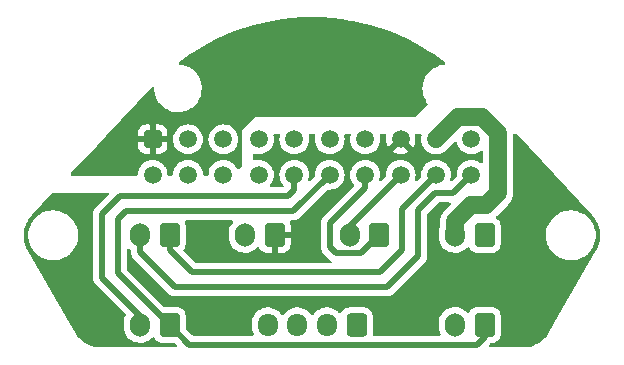
<source format=gbr>
%TF.GenerationSoftware,KiCad,Pcbnew,(6.0.4-0)*%
%TF.CreationDate,2022-03-28T23:15:47-05:00*%
%TF.ProjectId,Toolhead_PCB,546f6f6c-6865-4616-945f-5043422e6b69,rev?*%
%TF.SameCoordinates,Original*%
%TF.FileFunction,Copper,L1,Top*%
%TF.FilePolarity,Positive*%
%FSLAX46Y46*%
G04 Gerber Fmt 4.6, Leading zero omitted, Abs format (unit mm)*
G04 Created by KiCad (PCBNEW (6.0.4-0)) date 2022-03-28 23:15:47*
%MOMM*%
%LPD*%
G01*
G04 APERTURE LIST*
G04 Aperture macros list*
%AMRoundRect*
0 Rectangle with rounded corners*
0 $1 Rounding radius*
0 $2 $3 $4 $5 $6 $7 $8 $9 X,Y pos of 4 corners*
0 Add a 4 corners polygon primitive as box body*
4,1,4,$2,$3,$4,$5,$6,$7,$8,$9,$2,$3,0*
0 Add four circle primitives for the rounded corners*
1,1,$1+$1,$2,$3*
1,1,$1+$1,$4,$5*
1,1,$1+$1,$6,$7*
1,1,$1+$1,$8,$9*
0 Add four rect primitives between the rounded corners*
20,1,$1+$1,$2,$3,$4,$5,0*
20,1,$1+$1,$4,$5,$6,$7,0*
20,1,$1+$1,$6,$7,$8,$9,0*
20,1,$1+$1,$8,$9,$2,$3,0*%
G04 Aperture macros list end*
%TA.AperFunction,ComponentPad*%
%ADD10RoundRect,0.250001X-0.499999X-0.499999X0.499999X-0.499999X0.499999X0.499999X-0.499999X0.499999X0*%
%TD*%
%TA.AperFunction,ComponentPad*%
%ADD11C,1.500000*%
%TD*%
%TA.AperFunction,ComponentPad*%
%ADD12RoundRect,0.250000X0.600000X0.750000X-0.600000X0.750000X-0.600000X-0.750000X0.600000X-0.750000X0*%
%TD*%
%TA.AperFunction,ComponentPad*%
%ADD13O,1.700000X2.000000*%
%TD*%
%TA.AperFunction,ComponentPad*%
%ADD14RoundRect,0.250000X0.600000X0.725000X-0.600000X0.725000X-0.600000X-0.725000X0.600000X-0.725000X0*%
%TD*%
%TA.AperFunction,ComponentPad*%
%ADD15O,1.700000X1.950000*%
%TD*%
%TA.AperFunction,ViaPad*%
%ADD16C,0.600000*%
%TD*%
%TA.AperFunction,Conductor*%
%ADD17C,0.500000*%
%TD*%
%TA.AperFunction,Conductor*%
%ADD18C,1.500000*%
%TD*%
G04 APERTURE END LIST*
D10*
%TO.P,J1,1,Pin_1*%
%TO.N,GND1*%
X86500000Y-91872000D03*
D11*
%TO.P,J1,2,Pin_2*%
%TO.N,/ADXL_SDO*%
X89500000Y-91872000D03*
%TO.P,J1,3,Pin_3*%
%TO.N,/ADXL_CS*%
X92500000Y-91872000D03*
%TO.P,J1,4,Pin_4*%
%TO.N,/Motor_A1*%
X95500000Y-91872000D03*
%TO.P,J1,5,Pin_5*%
%TO.N,/Motor_A2*%
X98500000Y-91872000D03*
%TO.P,J1,6,Pin_6*%
%TO.N,/Motor_B1*%
X101500000Y-91872000D03*
%TO.P,J1,7,Pin_7*%
%TO.N,/Motor_B2*%
X104500000Y-91872000D03*
%TO.P,J1,8,Pin_8*%
%TO.N,GND*%
X107500000Y-91872000D03*
%TO.P,J1,9,Pin_9*%
%TO.N,/Heater2*%
X110500000Y-91872000D03*
%TO.P,J1,10,Pin_10*%
%TO.N,/Heater1*%
X113500000Y-91872000D03*
%TO.P,J1,11,Pin_11*%
%TO.N,/ADXL_SCLK*%
X86500000Y-94872000D03*
%TO.P,J1,12,Pin_12*%
%TO.N,/ADXL_SDI*%
X89500000Y-94872000D03*
%TO.P,J1,13,Pin_13*%
%TO.N,VCC*%
X92500000Y-94872000D03*
%TO.P,J1,14,Pin_14*%
%TO.N,/Endstop_Sig*%
X95500000Y-94872000D03*
%TO.P,J1,15,Pin_15*%
%TO.N,/PartFan+*%
X98500000Y-94872000D03*
%TO.P,J1,16,Pin_16*%
%TO.N,/PartFan-*%
X101500000Y-94872000D03*
%TO.P,J1,17,Pin_17*%
%TO.N,/Hotend_Fan-*%
X104500000Y-94872000D03*
%TO.P,J1,18,Pin_18*%
%TO.N,/Hotend_Fan+*%
X107500000Y-94872000D03*
%TO.P,J1,19,Pin_19*%
%TO.N,/Thermistor_1*%
X110500000Y-94872000D03*
%TO.P,J1,20,Pin_20*%
%TO.N,/Thermistor_2*%
X113500000Y-94872000D03*
%TD*%
D12*
%TO.P,J7,1,Pin_1*%
%TO.N,GND*%
X96825000Y-99966000D03*
D13*
%TO.P,J7,2,Pin_2*%
%TO.N,/Endstop_Sig*%
X94325000Y-99966000D03*
%TD*%
D12*
%TO.P,J5,1,Pin_1*%
%TO.N,/Heater1*%
X114605000Y-99966000D03*
D13*
%TO.P,J5,2,Pin_2*%
%TO.N,/Heater2*%
X112105000Y-99966000D03*
%TD*%
D12*
%TO.P,J3,1,Pin_1*%
%TO.N,/Hotend_Fan-*%
X105675000Y-99966000D03*
D13*
%TO.P,J3,2,Pin_2*%
%TO.N,/Hotend_Fan+*%
X103175000Y-99966000D03*
%TD*%
D12*
%TO.P,J6,1,Pin_1*%
%TO.N,/Thermistor_1*%
X87935000Y-99966000D03*
D13*
%TO.P,J6,2,Pin_2*%
%TO.N,/Thermistor_2*%
X85435000Y-99966000D03*
%TD*%
D12*
%TO.P,J4,1,Pin_1*%
%TO.N,/PartFan-*%
X87935000Y-107586000D03*
D13*
%TO.P,J4,2,Pin_2*%
%TO.N,/PartFan+*%
X85435000Y-107586000D03*
%TD*%
D14*
%TO.P,J2,1,Pin_1*%
%TO.N,/Motor_B2*%
X103770000Y-107586000D03*
D15*
%TO.P,J2,2,Pin_2*%
%TO.N,/Motor_B1*%
X101270000Y-107586000D03*
%TO.P,J2,3,Pin_3*%
%TO.N,/Motor_A2*%
X98770000Y-107586000D03*
%TO.P,J2,4,Pin_4*%
%TO.N,/Motor_A1*%
X96270000Y-107586000D03*
%TD*%
D12*
%TO.P,J8,1,Pin_1*%
%TO.N,/PartFan-*%
X114605000Y-107586000D03*
D13*
%TO.P,J8,2,Pin_2*%
%TO.N,/PartFan+*%
X112105000Y-107586000D03*
%TD*%
D16*
%TO.N,GND*%
X93000000Y-107500000D03*
X107000000Y-107500000D03*
X90985974Y-107496687D03*
X120447000Y-104538000D03*
X109000000Y-107500000D03*
X117780000Y-94251000D03*
X79807000Y-104792000D03*
X119685000Y-95648000D03*
%TO.N,GND1*%
X101778000Y-85522000D03*
X100000000Y-85522000D03*
X91491000Y-84633000D03*
X108636000Y-87427000D03*
X95682000Y-85014000D03*
X101524000Y-81839000D03*
X109500000Y-85500000D03*
X96444000Y-85014000D03*
X100889000Y-85522000D03*
X94920000Y-85014000D03*
X108636000Y-88824000D03*
X100000000Y-81839000D03*
X90500000Y-85500000D03*
X103937000Y-88062000D03*
X104572000Y-87427000D03*
X105588000Y-83617000D03*
X108636000Y-84633000D03*
X94158000Y-85014000D03*
X105588000Y-87427000D03*
X98476000Y-81839000D03*
X103937000Y-82982000D03*
X104572000Y-83617000D03*
%TD*%
D17*
%TO.N,/Hotend_Fan+*%
X103175000Y-99966000D02*
X103175000Y-99197000D01*
X103175000Y-99197000D02*
X107500000Y-94872000D01*
%TO.N,/Hotend_Fan-*%
X101524000Y-101016000D02*
X102032000Y-101524000D01*
X104117000Y-101524000D02*
X105675000Y-99966000D01*
X101524000Y-98984000D02*
X101524000Y-101016000D01*
X104500000Y-96008000D02*
X101524000Y-98984000D01*
X104500000Y-96008000D02*
X104500000Y-94872000D01*
X102032000Y-101524000D02*
X104117000Y-101524000D01*
%TO.N,/PartFan-*%
X113940520Y-109250480D02*
X114605000Y-108586000D01*
X83555010Y-98630990D02*
X84218000Y-97968000D01*
X84218000Y-97968000D02*
X98404000Y-97968000D01*
X87935000Y-107586000D02*
X89599480Y-109250480D01*
X114605000Y-108586000D02*
X114605000Y-107586000D01*
X87935000Y-107586000D02*
X83555010Y-103206010D01*
X83555010Y-103206010D02*
X83555010Y-98630990D01*
X89599480Y-109250480D02*
X113940520Y-109250480D01*
X98404000Y-97968000D02*
X101500000Y-94872000D01*
%TO.N,/PartFan+*%
X83744000Y-96698000D02*
X97968000Y-96698000D01*
X82220000Y-98222000D02*
X83744000Y-96698000D01*
X97968000Y-96698000D02*
X98500000Y-96166000D01*
X85435000Y-106796400D02*
X82220000Y-103581400D01*
X85435000Y-107586000D02*
X85435000Y-106796400D01*
X82220000Y-103581400D02*
X82220000Y-98222000D01*
X98500000Y-96166000D02*
X98500000Y-94872000D01*
%TO.N,/Thermistor_2*%
X85435000Y-99966000D02*
X85435000Y-101437000D01*
X111928000Y-96444000D02*
X113500000Y-94872000D01*
X109000000Y-101761000D02*
X109000000Y-97858000D01*
X88409000Y-104411000D02*
X106350000Y-104411000D01*
X85435000Y-101437000D02*
X88409000Y-104411000D01*
X109000000Y-97858000D02*
X110414000Y-96444000D01*
X110414000Y-96444000D02*
X111928000Y-96444000D01*
X106350000Y-104411000D02*
X109000000Y-101761000D01*
%TO.N,/Thermistor_1*%
X105715000Y-103141000D02*
X107620000Y-101236000D01*
X107620000Y-97752000D02*
X110500000Y-94872000D01*
X87935000Y-101236000D02*
X89840000Y-103141000D01*
X87935000Y-99966000D02*
X87935000Y-101236000D01*
X107620000Y-101236000D02*
X107620000Y-97752000D01*
X89840000Y-103141000D02*
X105715000Y-103141000D01*
D18*
%TO.N,/Heater2*%
X114732000Y-97460000D02*
X115748000Y-96444000D01*
X112105000Y-98817000D02*
X113462000Y-97460000D01*
X112105000Y-99966000D02*
X112105000Y-98817000D01*
X115748000Y-96444000D02*
X115748000Y-91364000D01*
X113462000Y-97460000D02*
X114732000Y-97460000D01*
X115748000Y-91364000D02*
X114384000Y-90000000D01*
X114384000Y-90000000D02*
X112372000Y-90000000D01*
X112372000Y-90000000D02*
X110500000Y-91872000D01*
%TD*%
%TA.AperFunction,Conductor*%
%TO.N,GND*%
G36*
X82756250Y-96397002D02*
G01*
X82802743Y-96450658D01*
X82812847Y-96520932D01*
X82783353Y-96585512D01*
X82777224Y-96592095D01*
X81731089Y-97638230D01*
X81716677Y-97650616D01*
X81705082Y-97659149D01*
X81705077Y-97659154D01*
X81699182Y-97663492D01*
X81694443Y-97669070D01*
X81694440Y-97669073D01*
X81664965Y-97703768D01*
X81658035Y-97711284D01*
X81652340Y-97716979D01*
X81650060Y-97719861D01*
X81634719Y-97739251D01*
X81631928Y-97742655D01*
X81614456Y-97763221D01*
X81584667Y-97798285D01*
X81581339Y-97804801D01*
X81577972Y-97809850D01*
X81574805Y-97814979D01*
X81570266Y-97820716D01*
X81539345Y-97886875D01*
X81537442Y-97890769D01*
X81504231Y-97955808D01*
X81502492Y-97962916D01*
X81500393Y-97968559D01*
X81498476Y-97974322D01*
X81495378Y-97980950D01*
X81493888Y-97988112D01*
X81493888Y-97988113D01*
X81480514Y-98052412D01*
X81479544Y-98056696D01*
X81462192Y-98127610D01*
X81461500Y-98138764D01*
X81461464Y-98138762D01*
X81461225Y-98142755D01*
X81460851Y-98146947D01*
X81459360Y-98154115D01*
X81460392Y-98192250D01*
X81461454Y-98231521D01*
X81461500Y-98234928D01*
X81461500Y-103514330D01*
X81460067Y-103533280D01*
X81456801Y-103554749D01*
X81457394Y-103562041D01*
X81457394Y-103562044D01*
X81461085Y-103607418D01*
X81461500Y-103617633D01*
X81461500Y-103625693D01*
X81461925Y-103629337D01*
X81464789Y-103653907D01*
X81465222Y-103658282D01*
X81471140Y-103731037D01*
X81473396Y-103738001D01*
X81474587Y-103743960D01*
X81475971Y-103749815D01*
X81476818Y-103757081D01*
X81501735Y-103825727D01*
X81503152Y-103829855D01*
X81525649Y-103899299D01*
X81529445Y-103905554D01*
X81531951Y-103911028D01*
X81534670Y-103916458D01*
X81537167Y-103923337D01*
X81541180Y-103929457D01*
X81541180Y-103929458D01*
X81577186Y-103984376D01*
X81579523Y-103988080D01*
X81617405Y-104050507D01*
X81621121Y-104054715D01*
X81621122Y-104054716D01*
X81624803Y-104058884D01*
X81624776Y-104058908D01*
X81627429Y-104061900D01*
X81630132Y-104065133D01*
X81634144Y-104071252D01*
X81639456Y-104076284D01*
X81690383Y-104124528D01*
X81692825Y-104126906D01*
X84213805Y-106647886D01*
X84247831Y-106710198D01*
X84242766Y-106781013D01*
X84234212Y-106799312D01*
X84197325Y-106864114D01*
X84118663Y-107080825D01*
X84117714Y-107086074D01*
X84117713Y-107086077D01*
X84078377Y-107303608D01*
X84078376Y-107303615D01*
X84077639Y-107307692D01*
X84077444Y-107311837D01*
X84076653Y-107328608D01*
X84076500Y-107331844D01*
X84076500Y-107793890D01*
X84076725Y-107796539D01*
X84089397Y-107945881D01*
X84091080Y-107965720D01*
X84092418Y-107970875D01*
X84092419Y-107970881D01*
X84142510Y-108163872D01*
X84148999Y-108188872D01*
X84151191Y-108193738D01*
X84151192Y-108193741D01*
X84183339Y-108265105D01*
X84243688Y-108399075D01*
X84372441Y-108590319D01*
X84376120Y-108594176D01*
X84376122Y-108594178D01*
X84437710Y-108658738D01*
X84531576Y-108757135D01*
X84716542Y-108894754D01*
X84721293Y-108897170D01*
X84721297Y-108897172D01*
X84784481Y-108929296D01*
X84922051Y-108999240D01*
X84927145Y-109000822D01*
X84927148Y-109000823D01*
X85127020Y-109062885D01*
X85142227Y-109067607D01*
X85147516Y-109068308D01*
X85365489Y-109097198D01*
X85365494Y-109097198D01*
X85370774Y-109097898D01*
X85376103Y-109097698D01*
X85376105Y-109097698D01*
X85485966Y-109093574D01*
X85601158Y-109089249D01*
X85623802Y-109084498D01*
X85821572Y-109043002D01*
X85826791Y-109041907D01*
X85831750Y-109039949D01*
X85831752Y-109039948D01*
X86036256Y-108959185D01*
X86036258Y-108959184D01*
X86041221Y-108957224D01*
X86077343Y-108935305D01*
X86233757Y-108840390D01*
X86233756Y-108840390D01*
X86238317Y-108837623D01*
X86278134Y-108803072D01*
X86408412Y-108690023D01*
X86408414Y-108690021D01*
X86412445Y-108686523D01*
X86441670Y-108650880D01*
X86500329Y-108610886D01*
X86571299Y-108608954D01*
X86632048Y-108645698D01*
X86646248Y-108664468D01*
X86677385Y-108714784D01*
X86736522Y-108810348D01*
X86861697Y-108935305D01*
X86867927Y-108939145D01*
X86867928Y-108939146D01*
X87005090Y-109023694D01*
X87012262Y-109028115D01*
X87047938Y-109039948D01*
X87173611Y-109081632D01*
X87173613Y-109081632D01*
X87180139Y-109083797D01*
X87186975Y-109084497D01*
X87186978Y-109084498D01*
X87222663Y-109088154D01*
X87284600Y-109094500D01*
X88318629Y-109094500D01*
X88386750Y-109114502D01*
X88407724Y-109131405D01*
X88552724Y-109276405D01*
X88586750Y-109338717D01*
X88581685Y-109409532D01*
X88539138Y-109466368D01*
X88472618Y-109491179D01*
X88463629Y-109491500D01*
X82170825Y-109491500D01*
X82151437Y-109489999D01*
X82136611Y-109487690D01*
X82136604Y-109487690D01*
X82127736Y-109486309D01*
X82118834Y-109487473D01*
X82118832Y-109487473D01*
X82110126Y-109488611D01*
X82086464Y-109489461D01*
X81994641Y-109484112D01*
X81839530Y-109475075D01*
X81824992Y-109473375D01*
X81554107Y-109425606D01*
X81539864Y-109422231D01*
X81432020Y-109389943D01*
X81276359Y-109343338D01*
X81262591Y-109338327D01*
X81119043Y-109276405D01*
X81010014Y-109229373D01*
X80996936Y-109222804D01*
X80758730Y-109085272D01*
X80746493Y-109077224D01*
X80733576Y-109067607D01*
X80525859Y-108912964D01*
X80514636Y-108903547D01*
X80501940Y-108891568D01*
X80421337Y-108815521D01*
X80314565Y-108714784D01*
X80304511Y-108704127D01*
X80286275Y-108682394D01*
X80127709Y-108493419D01*
X80118966Y-108481674D01*
X79986939Y-108280932D01*
X79974701Y-108257163D01*
X79974626Y-108256969D01*
X79974624Y-108256966D01*
X79971385Y-108248593D01*
X79952027Y-108223319D01*
X79942938Y-108209703D01*
X79177815Y-106884471D01*
X75946928Y-101288411D01*
X75938536Y-101270876D01*
X75933156Y-101256970D01*
X75933156Y-101256969D01*
X75929917Y-101248598D01*
X75919101Y-101234477D01*
X75906546Y-101214433D01*
X75903274Y-101207920D01*
X75795868Y-100994147D01*
X75790079Y-100980739D01*
X75787688Y-100974178D01*
X75696145Y-100723066D01*
X75691947Y-100709079D01*
X75689546Y-100698984D01*
X75628472Y-100442263D01*
X75625920Y-100427879D01*
X75624220Y-100413478D01*
X75601391Y-100220156D01*
X75593757Y-100155508D01*
X75592888Y-100140924D01*
X75592875Y-100132703D01*
X75970743Y-100132703D01*
X76008268Y-100417734D01*
X76009401Y-100421874D01*
X76009401Y-100421876D01*
X76019450Y-100458608D01*
X76084129Y-100695036D01*
X76085813Y-100698984D01*
X76192425Y-100948930D01*
X76196923Y-100959476D01*
X76257261Y-101060293D01*
X76340008Y-101198553D01*
X76344561Y-101206161D01*
X76524313Y-101430528D01*
X76732851Y-101628423D01*
X76880133Y-101734256D01*
X76952099Y-101785969D01*
X76966317Y-101796186D01*
X76970112Y-101798195D01*
X76970113Y-101798196D01*
X76991869Y-101809715D01*
X77220392Y-101930712D01*
X77490373Y-102029511D01*
X77771264Y-102090755D01*
X77799841Y-102093004D01*
X77994282Y-102108307D01*
X77994291Y-102108307D01*
X77996739Y-102108500D01*
X78152271Y-102108500D01*
X78154407Y-102108354D01*
X78154418Y-102108354D01*
X78362548Y-102094165D01*
X78362554Y-102094164D01*
X78366825Y-102093873D01*
X78371020Y-102093004D01*
X78371022Y-102093004D01*
X78573007Y-102051175D01*
X78648342Y-102035574D01*
X78919343Y-101939607D01*
X79082511Y-101855390D01*
X79171005Y-101809715D01*
X79171006Y-101809715D01*
X79174812Y-101807750D01*
X79178313Y-101805289D01*
X79178317Y-101805287D01*
X79327684Y-101700310D01*
X79410023Y-101642441D01*
X79488403Y-101569606D01*
X79617479Y-101449661D01*
X79617481Y-101449658D01*
X79620622Y-101446740D01*
X79802713Y-101224268D01*
X79945730Y-100990886D01*
X79950686Y-100982799D01*
X79952927Y-100979142D01*
X80068483Y-100715898D01*
X80070426Y-100709079D01*
X80146068Y-100443534D01*
X80147244Y-100439406D01*
X80185032Y-100173890D01*
X80187146Y-100159036D01*
X80187146Y-100159034D01*
X80187751Y-100154784D01*
X80187786Y-100148244D01*
X80189235Y-99871583D01*
X80189235Y-99871576D01*
X80189257Y-99867297D01*
X80187254Y-99852078D01*
X80166157Y-99691837D01*
X80151732Y-99582266D01*
X80149019Y-99572347D01*
X80077003Y-99309103D01*
X80075871Y-99304964D01*
X80015041Y-99162350D01*
X79964763Y-99044476D01*
X79964761Y-99044472D01*
X79963077Y-99040524D01*
X79876111Y-98895215D01*
X79817643Y-98797521D01*
X79817640Y-98797517D01*
X79815439Y-98793839D01*
X79635687Y-98569472D01*
X79457343Y-98400230D01*
X79430258Y-98374527D01*
X79430255Y-98374525D01*
X79427149Y-98371577D01*
X79193683Y-98203814D01*
X79171843Y-98192250D01*
X79130822Y-98170531D01*
X78939608Y-98069288D01*
X78717787Y-97988113D01*
X78673658Y-97971964D01*
X78673656Y-97971963D01*
X78669627Y-97970489D01*
X78388736Y-97909245D01*
X78357685Y-97906801D01*
X78165718Y-97891693D01*
X78165709Y-97891693D01*
X78163261Y-97891500D01*
X78007729Y-97891500D01*
X78005593Y-97891646D01*
X78005582Y-97891646D01*
X77797452Y-97905835D01*
X77797446Y-97905836D01*
X77793175Y-97906127D01*
X77788980Y-97906996D01*
X77788978Y-97906996D01*
X77652416Y-97935277D01*
X77511658Y-97964426D01*
X77240657Y-98060393D01*
X77236848Y-98062359D01*
X77088816Y-98138764D01*
X76985188Y-98192250D01*
X76981687Y-98194711D01*
X76981683Y-98194713D01*
X76905078Y-98248552D01*
X76749977Y-98357559D01*
X76721693Y-98383842D01*
X76565583Y-98528909D01*
X76539378Y-98553260D01*
X76357287Y-98775732D01*
X76207073Y-99020858D01*
X76205347Y-99024791D01*
X76205346Y-99024792D01*
X76176553Y-99090384D01*
X76091517Y-99284102D01*
X76012756Y-99560594D01*
X75972249Y-99845216D01*
X75972227Y-99849505D01*
X75972226Y-99849512D01*
X75970835Y-100115062D01*
X75970743Y-100132703D01*
X75592875Y-100132703D01*
X75592469Y-99866665D01*
X75593294Y-99852079D01*
X75602685Y-99770410D01*
X75624626Y-99579609D01*
X75627131Y-99565230D01*
X75688210Y-99304964D01*
X75689792Y-99298225D01*
X75693948Y-99284220D01*
X75763705Y-99091033D01*
X75787100Y-99026245D01*
X75792848Y-99012820D01*
X75792849Y-99012819D01*
X75882868Y-98832282D01*
X75915228Y-98767383D01*
X75922494Y-98754709D01*
X76040838Y-98573505D01*
X76072462Y-98525084D01*
X76081142Y-98513341D01*
X76104038Y-98485857D01*
X76234280Y-98329512D01*
X76253465Y-98310911D01*
X76253791Y-98310656D01*
X76260868Y-98305121D01*
X76279433Y-98279257D01*
X76289820Y-98266609D01*
X78021967Y-96416876D01*
X78083130Y-96380825D01*
X78113938Y-96377000D01*
X82688129Y-96377000D01*
X82756250Y-96397002D01*
G37*
%TD.AperFunction*%
%TA.AperFunction,Conductor*%
G36*
X117224816Y-91399216D02*
G01*
X117292919Y-91419272D01*
X117316680Y-91439089D01*
X123704895Y-98260966D01*
X123717048Y-98276139D01*
X123725497Y-98288540D01*
X123725499Y-98288542D01*
X123730552Y-98295958D01*
X123737484Y-98301658D01*
X123744297Y-98307261D01*
X123761074Y-98323933D01*
X123918855Y-98513335D01*
X123927540Y-98525084D01*
X124077508Y-98754708D01*
X124084774Y-98767382D01*
X124117614Y-98833243D01*
X124197532Y-98993521D01*
X124207154Y-99012819D01*
X124212902Y-99026244D01*
X124225503Y-99061139D01*
X124306054Y-99284219D01*
X124310210Y-99298224D01*
X124372869Y-99565221D01*
X124375376Y-99579608D01*
X124395902Y-99758110D01*
X124406708Y-99852078D01*
X124407533Y-99866664D01*
X124407114Y-100140924D01*
X124406245Y-100155508D01*
X124398611Y-100220156D01*
X124375783Y-100413478D01*
X124374082Y-100427879D01*
X124371530Y-100442263D01*
X124310457Y-100698984D01*
X124308055Y-100709079D01*
X124303857Y-100723066D01*
X124212315Y-100974178D01*
X124209923Y-100980739D01*
X124204134Y-100994147D01*
X124136287Y-101129185D01*
X124096728Y-101207920D01*
X124082271Y-101230386D01*
X124081990Y-101230735D01*
X124081988Y-101230738D01*
X124076359Y-101237727D01*
X124064194Y-101267021D01*
X124056956Y-101281682D01*
X121195701Y-106237522D01*
X120060933Y-108202998D01*
X120049943Y-108219034D01*
X120034890Y-108237723D01*
X120031450Y-108246008D01*
X120031448Y-108246011D01*
X120028079Y-108254125D01*
X120016985Y-108275041D01*
X119941641Y-108389598D01*
X119881071Y-108481692D01*
X119872322Y-108493445D01*
X119695512Y-108704164D01*
X119685456Y-108714822D01*
X119485394Y-108903574D01*
X119474170Y-108912993D01*
X119253529Y-109077257D01*
X119241287Y-109085308D01*
X119003082Y-109222840D01*
X118990004Y-109229409D01*
X118737415Y-109338369D01*
X118723659Y-109343375D01*
X118460148Y-109422270D01*
X118445893Y-109425648D01*
X118175020Y-109473414D01*
X118160467Y-109475116D01*
X117920983Y-109489068D01*
X117894279Y-109487782D01*
X117884816Y-109486309D01*
X117855423Y-109490153D01*
X117853259Y-109490436D01*
X117836920Y-109491500D01*
X115076371Y-109491500D01*
X115008250Y-109471498D01*
X114961757Y-109417842D01*
X114951653Y-109347568D01*
X114981147Y-109282988D01*
X114987276Y-109276405D01*
X115093911Y-109169770D01*
X115108323Y-109157384D01*
X115119918Y-109148851D01*
X115119923Y-109148846D01*
X115125818Y-109144508D01*
X115130557Y-109138929D01*
X115130561Y-109138926D01*
X115130569Y-109138916D01*
X115130576Y-109138911D01*
X115135908Y-109133939D01*
X115136760Y-109134852D01*
X115189920Y-109099954D01*
X115226590Y-109094500D01*
X115255400Y-109094500D01*
X115258646Y-109094163D01*
X115258650Y-109094163D01*
X115354308Y-109084238D01*
X115354312Y-109084237D01*
X115361166Y-109083526D01*
X115367702Y-109081345D01*
X115367704Y-109081345D01*
X115499806Y-109037272D01*
X115528946Y-109027550D01*
X115679348Y-108934478D01*
X115804305Y-108809303D01*
X115836631Y-108756861D01*
X115893275Y-108664968D01*
X115893276Y-108664966D01*
X115897115Y-108658738D01*
X115952797Y-108490861D01*
X115953578Y-108483245D01*
X115962201Y-108399075D01*
X115963500Y-108386400D01*
X115963500Y-106785600D01*
X115957553Y-106728284D01*
X115953238Y-106686692D01*
X115953237Y-106686688D01*
X115952526Y-106679834D01*
X115948710Y-106668394D01*
X115898868Y-106519002D01*
X115896550Y-106512054D01*
X115803478Y-106361652D01*
X115678303Y-106236695D01*
X115672072Y-106232854D01*
X115533968Y-106147725D01*
X115533966Y-106147724D01*
X115527738Y-106143885D01*
X115418194Y-106107551D01*
X115366389Y-106090368D01*
X115366387Y-106090368D01*
X115359861Y-106088203D01*
X115353025Y-106087503D01*
X115353022Y-106087502D01*
X115309969Y-106083091D01*
X115255400Y-106077500D01*
X113954600Y-106077500D01*
X113951354Y-106077837D01*
X113951350Y-106077837D01*
X113855692Y-106087762D01*
X113855688Y-106087763D01*
X113848834Y-106088474D01*
X113842298Y-106090655D01*
X113842296Y-106090655D01*
X113776034Y-106112762D01*
X113681054Y-106144450D01*
X113530652Y-106237522D01*
X113405695Y-106362697D01*
X113401855Y-106368927D01*
X113401854Y-106368928D01*
X113393478Y-106382517D01*
X113316760Y-106506977D01*
X113315920Y-106508339D01*
X113263148Y-106555832D01*
X113193076Y-106567256D01*
X113127952Y-106538982D01*
X113117490Y-106529195D01*
X113012103Y-106418722D01*
X113008424Y-106414865D01*
X112970505Y-106386652D01*
X112827740Y-106280432D01*
X112827741Y-106280432D01*
X112823458Y-106277246D01*
X112818707Y-106274830D01*
X112818703Y-106274828D01*
X112667120Y-106197760D01*
X112617949Y-106172760D01*
X112612855Y-106171178D01*
X112612852Y-106171177D01*
X112402871Y-106105976D01*
X112397773Y-106104393D01*
X112363134Y-106099802D01*
X112174511Y-106074802D01*
X112174506Y-106074802D01*
X112169226Y-106074102D01*
X112163897Y-106074302D01*
X112163895Y-106074302D01*
X112054034Y-106078426D01*
X111938842Y-106082751D01*
X111933623Y-106083846D01*
X111911566Y-106088474D01*
X111713209Y-106130093D01*
X111708250Y-106132051D01*
X111708248Y-106132052D01*
X111503744Y-106212815D01*
X111503742Y-106212816D01*
X111498779Y-106214776D01*
X111494220Y-106217543D01*
X111494217Y-106217544D01*
X111395832Y-106277246D01*
X111301683Y-106334377D01*
X111297653Y-106337874D01*
X111175674Y-106443722D01*
X111127555Y-106485477D01*
X111109926Y-106506977D01*
X110984760Y-106659627D01*
X110984756Y-106659633D01*
X110981376Y-106663755D01*
X110978737Y-106668391D01*
X110978735Y-106668394D01*
X110951739Y-106715820D01*
X110867325Y-106864114D01*
X110788663Y-107080825D01*
X110787714Y-107086074D01*
X110787713Y-107086077D01*
X110748377Y-107303608D01*
X110748376Y-107303615D01*
X110747639Y-107307692D01*
X110747444Y-107311837D01*
X110746653Y-107328608D01*
X110746500Y-107331844D01*
X110746500Y-107793890D01*
X110746725Y-107796539D01*
X110759397Y-107945881D01*
X110761080Y-107965720D01*
X110762418Y-107970875D01*
X110762419Y-107970881D01*
X110812510Y-108163872D01*
X110818999Y-108188872D01*
X110821191Y-108193738D01*
X110821192Y-108193741D01*
X110875468Y-108314230D01*
X110885209Y-108384555D01*
X110855383Y-108448983D01*
X110795460Y-108487058D01*
X110760586Y-108491980D01*
X105254266Y-108491980D01*
X105186145Y-108471978D01*
X105139652Y-108418322D01*
X105128783Y-108361400D01*
X105128500Y-108361400D01*
X105128500Y-106810600D01*
X105125430Y-106781013D01*
X105118238Y-106711692D01*
X105118237Y-106711688D01*
X105117526Y-106704834D01*
X105113710Y-106693394D01*
X105063868Y-106544002D01*
X105061550Y-106537054D01*
X104968478Y-106386652D01*
X104843303Y-106261695D01*
X104812494Y-106242704D01*
X104698968Y-106172725D01*
X104698966Y-106172724D01*
X104692738Y-106168885D01*
X104610419Y-106141581D01*
X104531389Y-106115368D01*
X104531387Y-106115368D01*
X104524861Y-106113203D01*
X104518025Y-106112503D01*
X104518022Y-106112502D01*
X104474969Y-106108091D01*
X104420400Y-106102500D01*
X103119600Y-106102500D01*
X103116354Y-106102837D01*
X103116350Y-106102837D01*
X103020692Y-106112762D01*
X103020688Y-106112763D01*
X103013834Y-106113474D01*
X103007298Y-106115655D01*
X103007296Y-106115655D01*
X102909430Y-106148306D01*
X102846054Y-106169450D01*
X102695652Y-106262522D01*
X102570695Y-106387697D01*
X102493296Y-106513262D01*
X102480920Y-106533339D01*
X102428148Y-106580832D01*
X102358076Y-106592256D01*
X102292952Y-106563982D01*
X102282490Y-106554195D01*
X102236346Y-106505824D01*
X102173424Y-106439865D01*
X101988458Y-106302246D01*
X101983707Y-106299830D01*
X101983703Y-106299828D01*
X101861155Y-106237522D01*
X101782949Y-106197760D01*
X101777855Y-106196178D01*
X101777852Y-106196177D01*
X101567871Y-106130976D01*
X101562773Y-106129393D01*
X101557484Y-106128692D01*
X101339511Y-106099802D01*
X101339506Y-106099802D01*
X101334226Y-106099102D01*
X101328897Y-106099302D01*
X101328895Y-106099302D01*
X101219034Y-106103426D01*
X101103842Y-106107751D01*
X101098623Y-106108846D01*
X101076566Y-106113474D01*
X100878209Y-106155093D01*
X100873250Y-106157051D01*
X100873248Y-106157052D01*
X100668744Y-106237815D01*
X100668742Y-106237816D01*
X100663779Y-106239776D01*
X100659220Y-106242543D01*
X100659217Y-106242544D01*
X100560832Y-106302246D01*
X100466683Y-106359377D01*
X100462653Y-106362874D01*
X100369484Y-106443722D01*
X100292555Y-106510477D01*
X100273809Y-106533339D01*
X100149760Y-106684627D01*
X100149756Y-106684633D01*
X100146376Y-106688755D01*
X100128448Y-106720250D01*
X100077368Y-106769555D01*
X100007738Y-106783417D01*
X99941667Y-106757434D01*
X99914427Y-106728284D01*
X99887814Y-106688755D01*
X99832559Y-106606681D01*
X99673424Y-106439865D01*
X99488458Y-106302246D01*
X99483707Y-106299830D01*
X99483703Y-106299828D01*
X99361155Y-106237522D01*
X99282949Y-106197760D01*
X99277855Y-106196178D01*
X99277852Y-106196177D01*
X99067871Y-106130976D01*
X99062773Y-106129393D01*
X99057484Y-106128692D01*
X98839511Y-106099802D01*
X98839506Y-106099802D01*
X98834226Y-106099102D01*
X98828897Y-106099302D01*
X98828895Y-106099302D01*
X98719034Y-106103426D01*
X98603842Y-106107751D01*
X98598623Y-106108846D01*
X98576566Y-106113474D01*
X98378209Y-106155093D01*
X98373250Y-106157051D01*
X98373248Y-106157052D01*
X98168744Y-106237815D01*
X98168742Y-106237816D01*
X98163779Y-106239776D01*
X98159220Y-106242543D01*
X98159217Y-106242544D01*
X98060832Y-106302246D01*
X97966683Y-106359377D01*
X97962653Y-106362874D01*
X97869484Y-106443722D01*
X97792555Y-106510477D01*
X97773809Y-106533339D01*
X97649760Y-106684627D01*
X97649756Y-106684633D01*
X97646376Y-106688755D01*
X97628448Y-106720250D01*
X97577368Y-106769555D01*
X97507738Y-106783417D01*
X97441667Y-106757434D01*
X97414427Y-106728284D01*
X97387814Y-106688755D01*
X97332559Y-106606681D01*
X97173424Y-106439865D01*
X96988458Y-106302246D01*
X96983707Y-106299830D01*
X96983703Y-106299828D01*
X96861155Y-106237522D01*
X96782949Y-106197760D01*
X96777855Y-106196178D01*
X96777852Y-106196177D01*
X96567871Y-106130976D01*
X96562773Y-106129393D01*
X96557484Y-106128692D01*
X96339511Y-106099802D01*
X96339506Y-106099802D01*
X96334226Y-106099102D01*
X96328897Y-106099302D01*
X96328895Y-106099302D01*
X96219034Y-106103426D01*
X96103842Y-106107751D01*
X96098623Y-106108846D01*
X96076566Y-106113474D01*
X95878209Y-106155093D01*
X95873250Y-106157051D01*
X95873248Y-106157052D01*
X95668744Y-106237815D01*
X95668742Y-106237816D01*
X95663779Y-106239776D01*
X95659220Y-106242543D01*
X95659217Y-106242544D01*
X95560832Y-106302246D01*
X95466683Y-106359377D01*
X95462653Y-106362874D01*
X95369484Y-106443722D01*
X95292555Y-106510477D01*
X95273809Y-106533339D01*
X95149760Y-106684627D01*
X95149756Y-106684633D01*
X95146376Y-106688755D01*
X95143738Y-106693390D01*
X95143735Y-106693394D01*
X95089389Y-106788866D01*
X95032325Y-106889114D01*
X94953663Y-107105825D01*
X94952714Y-107111074D01*
X94952713Y-107111077D01*
X94913377Y-107328608D01*
X94913376Y-107328615D01*
X94912639Y-107332692D01*
X94911500Y-107356844D01*
X94911500Y-107768890D01*
X94926080Y-107940720D01*
X94927418Y-107945875D01*
X94927419Y-107945881D01*
X94933908Y-107970881D01*
X94983999Y-108163872D01*
X94986191Y-108168738D01*
X94986192Y-108168741D01*
X95051730Y-108314230D01*
X95061471Y-108384555D01*
X95031646Y-108448983D01*
X94971722Y-108487058D01*
X94936848Y-108491980D01*
X89965851Y-108491980D01*
X89897730Y-108471978D01*
X89876756Y-108455075D01*
X89330405Y-107908724D01*
X89296379Y-107846412D01*
X89293500Y-107819629D01*
X89293500Y-106785600D01*
X89287553Y-106728284D01*
X89283238Y-106686692D01*
X89283237Y-106686688D01*
X89282526Y-106679834D01*
X89278710Y-106668394D01*
X89228868Y-106519002D01*
X89226550Y-106512054D01*
X89133478Y-106361652D01*
X89008303Y-106236695D01*
X89002072Y-106232854D01*
X88863968Y-106147725D01*
X88863966Y-106147724D01*
X88857738Y-106143885D01*
X88748194Y-106107551D01*
X88696389Y-106090368D01*
X88696387Y-106090368D01*
X88689861Y-106088203D01*
X88683025Y-106087503D01*
X88683022Y-106087502D01*
X88639969Y-106083091D01*
X88585400Y-106077500D01*
X87551371Y-106077500D01*
X87483250Y-106057498D01*
X87462276Y-106040595D01*
X84350415Y-102928734D01*
X84316389Y-102866422D01*
X84313510Y-102839639D01*
X84313510Y-101223168D01*
X84333512Y-101155047D01*
X84387168Y-101108554D01*
X84457442Y-101098450D01*
X84522022Y-101127944D01*
X84524024Y-101129852D01*
X84527897Y-101133279D01*
X84531576Y-101137135D01*
X84614125Y-101198553D01*
X84625713Y-101207175D01*
X84668426Y-101263885D01*
X84676500Y-101308264D01*
X84676500Y-101369930D01*
X84675067Y-101388880D01*
X84671801Y-101410349D01*
X84672394Y-101417641D01*
X84672394Y-101417644D01*
X84676085Y-101463018D01*
X84676500Y-101473233D01*
X84676500Y-101481293D01*
X84676925Y-101484937D01*
X84679789Y-101509507D01*
X84680222Y-101513882D01*
X84684409Y-101565352D01*
X84686140Y-101586637D01*
X84688396Y-101593601D01*
X84689587Y-101599560D01*
X84690971Y-101605415D01*
X84691818Y-101612681D01*
X84716735Y-101681327D01*
X84718152Y-101685455D01*
X84733962Y-101734256D01*
X84740649Y-101754899D01*
X84744445Y-101761154D01*
X84746951Y-101766628D01*
X84749670Y-101772058D01*
X84752167Y-101778937D01*
X84756180Y-101785057D01*
X84756180Y-101785058D01*
X84792186Y-101839976D01*
X84794523Y-101843680D01*
X84832405Y-101906107D01*
X84836121Y-101910315D01*
X84836122Y-101910316D01*
X84839803Y-101914484D01*
X84839776Y-101914508D01*
X84842429Y-101917500D01*
X84845132Y-101920733D01*
X84849144Y-101926852D01*
X84864119Y-101941038D01*
X84905383Y-101980128D01*
X84907825Y-101982506D01*
X87825230Y-104899911D01*
X87837616Y-104914323D01*
X87846149Y-104925918D01*
X87846154Y-104925923D01*
X87850492Y-104931818D01*
X87856070Y-104936557D01*
X87856073Y-104936560D01*
X87890768Y-104966035D01*
X87898284Y-104972965D01*
X87903979Y-104978660D01*
X87906861Y-104980940D01*
X87926251Y-104996281D01*
X87929655Y-104999072D01*
X87979703Y-105041591D01*
X87985285Y-105046333D01*
X87991801Y-105049661D01*
X87996850Y-105053028D01*
X88001979Y-105056195D01*
X88007716Y-105060734D01*
X88073875Y-105091655D01*
X88077769Y-105093558D01*
X88142808Y-105126769D01*
X88149916Y-105128508D01*
X88155559Y-105130607D01*
X88161322Y-105132524D01*
X88167950Y-105135622D01*
X88175112Y-105137112D01*
X88175113Y-105137112D01*
X88239412Y-105150486D01*
X88243696Y-105151456D01*
X88314610Y-105168808D01*
X88320212Y-105169156D01*
X88320215Y-105169156D01*
X88325764Y-105169500D01*
X88325762Y-105169536D01*
X88329755Y-105169775D01*
X88333947Y-105170149D01*
X88341115Y-105171640D01*
X88418520Y-105169546D01*
X88421928Y-105169500D01*
X106282930Y-105169500D01*
X106301880Y-105170933D01*
X106316115Y-105173099D01*
X106316119Y-105173099D01*
X106323349Y-105174199D01*
X106330641Y-105173606D01*
X106330644Y-105173606D01*
X106376018Y-105169915D01*
X106386233Y-105169500D01*
X106394293Y-105169500D01*
X106411680Y-105167473D01*
X106422507Y-105166211D01*
X106426882Y-105165778D01*
X106492339Y-105160454D01*
X106492342Y-105160453D01*
X106499637Y-105159860D01*
X106506601Y-105157604D01*
X106512560Y-105156413D01*
X106518415Y-105155029D01*
X106525681Y-105154182D01*
X106594327Y-105129265D01*
X106598455Y-105127848D01*
X106660936Y-105107607D01*
X106660938Y-105107606D01*
X106667899Y-105105351D01*
X106674154Y-105101555D01*
X106679628Y-105099049D01*
X106685058Y-105096330D01*
X106691937Y-105093833D01*
X106698058Y-105089820D01*
X106752976Y-105053814D01*
X106756680Y-105051477D01*
X106819107Y-105013595D01*
X106827484Y-105006197D01*
X106827508Y-105006224D01*
X106830500Y-105003571D01*
X106833733Y-105000868D01*
X106839852Y-104996856D01*
X106893128Y-104940617D01*
X106895506Y-104938175D01*
X109488911Y-102344770D01*
X109503323Y-102332384D01*
X109514918Y-102323851D01*
X109514923Y-102323846D01*
X109520818Y-102319508D01*
X109525557Y-102313930D01*
X109525560Y-102313927D01*
X109555035Y-102279232D01*
X109561965Y-102271716D01*
X109567660Y-102266021D01*
X109585281Y-102243749D01*
X109588072Y-102240345D01*
X109630591Y-102190297D01*
X109630592Y-102190295D01*
X109635333Y-102184715D01*
X109638661Y-102178199D01*
X109642028Y-102173150D01*
X109645195Y-102168021D01*
X109649734Y-102162284D01*
X109680655Y-102096125D01*
X109682561Y-102092225D01*
X109684175Y-102089064D01*
X109715769Y-102027192D01*
X109717508Y-102020084D01*
X109719607Y-102014441D01*
X109721524Y-102008678D01*
X109724622Y-102002050D01*
X109739487Y-101930583D01*
X109740457Y-101926299D01*
X109756473Y-101860845D01*
X109757808Y-101855390D01*
X109758500Y-101844236D01*
X109758536Y-101844238D01*
X109758775Y-101840245D01*
X109759149Y-101836053D01*
X109760640Y-101828885D01*
X109758546Y-101751479D01*
X109758500Y-101748072D01*
X109758500Y-98224371D01*
X109778502Y-98156250D01*
X109795405Y-98135276D01*
X110691276Y-97239405D01*
X110753588Y-97205379D01*
X110780371Y-97202500D01*
X111635522Y-97202500D01*
X111703643Y-97222502D01*
X111750136Y-97276158D01*
X111760240Y-97346432D01*
X111730746Y-97411012D01*
X111724617Y-97417595D01*
X111279737Y-97862475D01*
X111267347Y-97873342D01*
X111249708Y-97886877D01*
X111229355Y-97909245D01*
X111194842Y-97947174D01*
X111190743Y-97951469D01*
X111174802Y-97967410D01*
X111173007Y-97969557D01*
X111173005Y-97969559D01*
X111158068Y-97987423D01*
X111154600Y-97991398D01*
X111102288Y-98048888D01*
X111102281Y-98048897D01*
X111098515Y-98053036D01*
X111095538Y-98057782D01*
X111095537Y-98057783D01*
X111088987Y-98068225D01*
X111078911Y-98082093D01*
X111071004Y-98091549D01*
X111070997Y-98091559D01*
X111067406Y-98095854D01*
X111034175Y-98154115D01*
X111026118Y-98168240D01*
X111023413Y-98172759D01*
X111011187Y-98192250D01*
X110991038Y-98224371D01*
X110979136Y-98243344D01*
X110977043Y-98248549D01*
X110977042Y-98248552D01*
X110972448Y-98259979D01*
X110964988Y-98275411D01*
X110958880Y-98286119D01*
X110958876Y-98286128D01*
X110956101Y-98290993D01*
X110954232Y-98296270D01*
X110954230Y-98296275D01*
X110928285Y-98369542D01*
X110926420Y-98374478D01*
X110895344Y-98451783D01*
X110894208Y-98457270D01*
X110894207Y-98457272D01*
X110891706Y-98469349D01*
X110887101Y-98485844D01*
X110881111Y-98502759D01*
X110869526Y-98573505D01*
X110867643Y-98585001D01*
X110866683Y-98590180D01*
X110849787Y-98671767D01*
X110849521Y-98676379D01*
X110849521Y-98676380D01*
X110848185Y-98699548D01*
X110846738Y-98712653D01*
X110845714Y-98718910D01*
X110844806Y-98724457D01*
X110844894Y-98730070D01*
X110844894Y-98730072D01*
X110846484Y-98831264D01*
X110846500Y-98833243D01*
X110846500Y-99279325D01*
X110838939Y-99322316D01*
X110788663Y-99460825D01*
X110787714Y-99466074D01*
X110787713Y-99466077D01*
X110748377Y-99683608D01*
X110748376Y-99683615D01*
X110747639Y-99687692D01*
X110746500Y-99711844D01*
X110746500Y-100173890D01*
X110761080Y-100345720D01*
X110762418Y-100350875D01*
X110762419Y-100350881D01*
X110817657Y-100563703D01*
X110818999Y-100568872D01*
X110913688Y-100779075D01*
X111042441Y-100970319D01*
X111046120Y-100974176D01*
X111046122Y-100974178D01*
X111107710Y-101038738D01*
X111201576Y-101137135D01*
X111205854Y-101140318D01*
X111228140Y-101156899D01*
X111386542Y-101274754D01*
X111391293Y-101277170D01*
X111391297Y-101277172D01*
X111441055Y-101302470D01*
X111592051Y-101379240D01*
X111597145Y-101380822D01*
X111597148Y-101380823D01*
X111746461Y-101427186D01*
X111812227Y-101447607D01*
X111817516Y-101448308D01*
X112035489Y-101477198D01*
X112035494Y-101477198D01*
X112040774Y-101477898D01*
X112046103Y-101477698D01*
X112046105Y-101477698D01*
X112165036Y-101473233D01*
X112271158Y-101469249D01*
X112276468Y-101468135D01*
X112491572Y-101423002D01*
X112496791Y-101421907D01*
X112501750Y-101419949D01*
X112501752Y-101419948D01*
X112706256Y-101339185D01*
X112706258Y-101339184D01*
X112711221Y-101337224D01*
X112716701Y-101333899D01*
X112887284Y-101230386D01*
X112908317Y-101217623D01*
X112930293Y-101198553D01*
X113078412Y-101070023D01*
X113078414Y-101070021D01*
X113082445Y-101066523D01*
X113111670Y-101030880D01*
X113170329Y-100990886D01*
X113241299Y-100988954D01*
X113302048Y-101025698D01*
X113316248Y-101044468D01*
X113354180Y-101105765D01*
X113406522Y-101190348D01*
X113531697Y-101315305D01*
X113537927Y-101319145D01*
X113537928Y-101319146D01*
X113675288Y-101403816D01*
X113682262Y-101408115D01*
X113762005Y-101434564D01*
X113843611Y-101461632D01*
X113843613Y-101461632D01*
X113850139Y-101463797D01*
X113856975Y-101464497D01*
X113856978Y-101464498D01*
X113892663Y-101468154D01*
X113954600Y-101474500D01*
X115255400Y-101474500D01*
X115258646Y-101474163D01*
X115258650Y-101474163D01*
X115354308Y-101464238D01*
X115354312Y-101464237D01*
X115361166Y-101463526D01*
X115367702Y-101461345D01*
X115367704Y-101461345D01*
X115499806Y-101417272D01*
X115528946Y-101407550D01*
X115679348Y-101314478D01*
X115804305Y-101189303D01*
X115836462Y-101137135D01*
X115893275Y-101044968D01*
X115893276Y-101044966D01*
X115897115Y-101038738D01*
X115952797Y-100870861D01*
X115963500Y-100766400D01*
X115963500Y-100132703D01*
X119810743Y-100132703D01*
X119848268Y-100417734D01*
X119849401Y-100421874D01*
X119849401Y-100421876D01*
X119859450Y-100458608D01*
X119924129Y-100695036D01*
X119925813Y-100698984D01*
X120032425Y-100948930D01*
X120036923Y-100959476D01*
X120097261Y-101060293D01*
X120180008Y-101198553D01*
X120184561Y-101206161D01*
X120364313Y-101430528D01*
X120572851Y-101628423D01*
X120720133Y-101734256D01*
X120792099Y-101785969D01*
X120806317Y-101796186D01*
X120810112Y-101798195D01*
X120810113Y-101798196D01*
X120831869Y-101809715D01*
X121060392Y-101930712D01*
X121330373Y-102029511D01*
X121611264Y-102090755D01*
X121639841Y-102093004D01*
X121834282Y-102108307D01*
X121834291Y-102108307D01*
X121836739Y-102108500D01*
X121992271Y-102108500D01*
X121994407Y-102108354D01*
X121994418Y-102108354D01*
X122202548Y-102094165D01*
X122202554Y-102094164D01*
X122206825Y-102093873D01*
X122211020Y-102093004D01*
X122211022Y-102093004D01*
X122413007Y-102051175D01*
X122488342Y-102035574D01*
X122759343Y-101939607D01*
X122922511Y-101855390D01*
X123011005Y-101809715D01*
X123011006Y-101809715D01*
X123014812Y-101807750D01*
X123018313Y-101805289D01*
X123018317Y-101805287D01*
X123167684Y-101700310D01*
X123250023Y-101642441D01*
X123328403Y-101569606D01*
X123457479Y-101449661D01*
X123457481Y-101449658D01*
X123460622Y-101446740D01*
X123642713Y-101224268D01*
X123785730Y-100990886D01*
X123790686Y-100982799D01*
X123792927Y-100979142D01*
X123908483Y-100715898D01*
X123910426Y-100709079D01*
X123986068Y-100443534D01*
X123987244Y-100439406D01*
X124025032Y-100173890D01*
X124027146Y-100159036D01*
X124027146Y-100159034D01*
X124027751Y-100154784D01*
X124027786Y-100148244D01*
X124029235Y-99871583D01*
X124029235Y-99871576D01*
X124029257Y-99867297D01*
X124027254Y-99852078D01*
X124006157Y-99691837D01*
X123991732Y-99582266D01*
X123989019Y-99572347D01*
X123917003Y-99309103D01*
X123915871Y-99304964D01*
X123855041Y-99162350D01*
X123804763Y-99044476D01*
X123804761Y-99044472D01*
X123803077Y-99040524D01*
X123716111Y-98895215D01*
X123657643Y-98797521D01*
X123657640Y-98797517D01*
X123655439Y-98793839D01*
X123475687Y-98569472D01*
X123297343Y-98400230D01*
X123270258Y-98374527D01*
X123270255Y-98374525D01*
X123267149Y-98371577D01*
X123033683Y-98203814D01*
X123011843Y-98192250D01*
X122970822Y-98170531D01*
X122779608Y-98069288D01*
X122557787Y-97988113D01*
X122513658Y-97971964D01*
X122513656Y-97971963D01*
X122509627Y-97970489D01*
X122228736Y-97909245D01*
X122197685Y-97906801D01*
X122005718Y-97891693D01*
X122005709Y-97891693D01*
X122003261Y-97891500D01*
X121847729Y-97891500D01*
X121845593Y-97891646D01*
X121845582Y-97891646D01*
X121637452Y-97905835D01*
X121637446Y-97905836D01*
X121633175Y-97906127D01*
X121628980Y-97906996D01*
X121628978Y-97906996D01*
X121492416Y-97935277D01*
X121351658Y-97964426D01*
X121080657Y-98060393D01*
X121076848Y-98062359D01*
X120928816Y-98138764D01*
X120825188Y-98192250D01*
X120821687Y-98194711D01*
X120821683Y-98194713D01*
X120745078Y-98248552D01*
X120589977Y-98357559D01*
X120561693Y-98383842D01*
X120405583Y-98528909D01*
X120379378Y-98553260D01*
X120197287Y-98775732D01*
X120047073Y-99020858D01*
X120045347Y-99024791D01*
X120045346Y-99024792D01*
X120016553Y-99090384D01*
X119931517Y-99284102D01*
X119852756Y-99560594D01*
X119812249Y-99845216D01*
X119812227Y-99849505D01*
X119812226Y-99849512D01*
X119810835Y-100115062D01*
X119810743Y-100132703D01*
X115963500Y-100132703D01*
X115963500Y-99165600D01*
X115962185Y-99152925D01*
X115953238Y-99066692D01*
X115953237Y-99066688D01*
X115952526Y-99059834D01*
X115948710Y-99048394D01*
X115898868Y-98899002D01*
X115896550Y-98892054D01*
X115803478Y-98741652D01*
X115770456Y-98708687D01*
X115683483Y-98621866D01*
X115678303Y-98616695D01*
X115668763Y-98610814D01*
X115614860Y-98577588D01*
X115567367Y-98524816D01*
X115555943Y-98454744D01*
X115584217Y-98389620D01*
X115590492Y-98382643D01*
X115632063Y-98339745D01*
X115633452Y-98338335D01*
X116573259Y-97398528D01*
X116585651Y-97387660D01*
X116598843Y-97377538D01*
X116598851Y-97377531D01*
X116603292Y-97374123D01*
X116658168Y-97313815D01*
X116662267Y-97309520D01*
X116678198Y-97293589D01*
X116694934Y-97273573D01*
X116698379Y-97269624D01*
X116750703Y-97212121D01*
X116750706Y-97212117D01*
X116754485Y-97207964D01*
X116757913Y-97202500D01*
X116764012Y-97192776D01*
X116774091Y-97178903D01*
X116781992Y-97169455D01*
X116781997Y-97169448D01*
X116785594Y-97165146D01*
X116826887Y-97092752D01*
X116829592Y-97088232D01*
X116870886Y-97022404D01*
X116870888Y-97022401D01*
X116873864Y-97017656D01*
X116880552Y-97001021D01*
X116888012Y-96985589D01*
X116894120Y-96974881D01*
X116894124Y-96974872D01*
X116896899Y-96970007D01*
X116898768Y-96964730D01*
X116898770Y-96964725D01*
X116924715Y-96891458D01*
X116926580Y-96886522D01*
X116955566Y-96814416D01*
X116957656Y-96809217D01*
X116961294Y-96791650D01*
X116965899Y-96775156D01*
X116971889Y-96758241D01*
X116985359Y-96675990D01*
X116986319Y-96670811D01*
X117002276Y-96593758D01*
X117002276Y-96593757D01*
X117003213Y-96589233D01*
X117004815Y-96561452D01*
X117006262Y-96548347D01*
X117007286Y-96542090D01*
X117007286Y-96542086D01*
X117008194Y-96536543D01*
X117006516Y-96429736D01*
X117006500Y-96427757D01*
X117006500Y-91525140D01*
X117026502Y-91457019D01*
X117080158Y-91410526D01*
X117132602Y-91399140D01*
X117224816Y-91399216D01*
G37*
%TD.AperFunction*%
%TA.AperFunction,Conductor*%
G36*
X97164090Y-91382768D02*
G01*
X97232195Y-91402826D01*
X97278644Y-91456520D01*
X97288690Y-91526802D01*
X97285694Y-91541379D01*
X97257308Y-91647316D01*
X97257307Y-91647323D01*
X97255885Y-91652629D01*
X97236693Y-91872000D01*
X97255885Y-92091371D01*
X97312880Y-92304076D01*
X97343441Y-92369614D01*
X97403618Y-92498666D01*
X97403620Y-92498670D01*
X97405944Y-92503653D01*
X97409100Y-92508160D01*
X97409101Y-92508162D01*
X97516003Y-92660833D01*
X97532251Y-92684038D01*
X97687962Y-92839749D01*
X97692471Y-92842906D01*
X97692473Y-92842908D01*
X97746169Y-92880506D01*
X97868346Y-92966056D01*
X98067924Y-93059120D01*
X98280629Y-93116115D01*
X98500000Y-93135307D01*
X98719371Y-93116115D01*
X98932076Y-93059120D01*
X99131654Y-92966056D01*
X99253831Y-92880506D01*
X99307527Y-92842908D01*
X99307529Y-92842906D01*
X99312038Y-92839749D01*
X99467749Y-92684038D01*
X99483998Y-92660833D01*
X99590899Y-92508162D01*
X99590900Y-92508160D01*
X99594056Y-92503653D01*
X99596380Y-92498670D01*
X99596382Y-92498666D01*
X99656559Y-92369614D01*
X99687120Y-92304076D01*
X99744115Y-92091371D01*
X99763307Y-91872000D01*
X99744115Y-91652629D01*
X99742690Y-91647310D01*
X99742690Y-91647309D01*
X99714893Y-91543571D01*
X99716582Y-91472595D01*
X99756375Y-91413799D01*
X99821639Y-91385850D01*
X99836697Y-91384959D01*
X100163433Y-91385227D01*
X100231537Y-91405285D01*
X100277986Y-91458979D01*
X100288032Y-91529261D01*
X100285035Y-91543839D01*
X100257310Y-91647309D01*
X100257310Y-91647310D01*
X100255885Y-91652629D01*
X100236693Y-91872000D01*
X100255885Y-92091371D01*
X100312880Y-92304076D01*
X100343441Y-92369614D01*
X100403618Y-92498666D01*
X100403620Y-92498670D01*
X100405944Y-92503653D01*
X100409100Y-92508160D01*
X100409101Y-92508162D01*
X100516003Y-92660833D01*
X100532251Y-92684038D01*
X100687962Y-92839749D01*
X100692471Y-92842906D01*
X100692473Y-92842908D01*
X100746169Y-92880506D01*
X100868346Y-92966056D01*
X101067924Y-93059120D01*
X101280629Y-93116115D01*
X101500000Y-93135307D01*
X101719371Y-93116115D01*
X101932076Y-93059120D01*
X102131654Y-92966056D01*
X102253831Y-92880506D01*
X102307527Y-92842908D01*
X102307529Y-92842906D01*
X102312038Y-92839749D01*
X102467749Y-92684038D01*
X102483998Y-92660833D01*
X102590899Y-92508162D01*
X102590900Y-92508160D01*
X102594056Y-92503653D01*
X102596380Y-92498670D01*
X102596382Y-92498666D01*
X102656559Y-92369614D01*
X102687120Y-92304076D01*
X102744115Y-92091371D01*
X102763307Y-91872000D01*
X102744115Y-91652629D01*
X102742693Y-91647323D01*
X102742692Y-91647316D01*
X102715552Y-91546030D01*
X102717242Y-91475054D01*
X102757036Y-91416258D01*
X102822300Y-91388310D01*
X102837354Y-91387419D01*
X103162774Y-91387686D01*
X103230878Y-91407744D01*
X103277327Y-91461438D01*
X103287373Y-91531720D01*
X103284376Y-91546298D01*
X103257310Y-91647308D01*
X103257310Y-91647310D01*
X103255885Y-91652629D01*
X103236693Y-91872000D01*
X103255885Y-92091371D01*
X103312880Y-92304076D01*
X103343441Y-92369614D01*
X103403618Y-92498666D01*
X103403620Y-92498670D01*
X103405944Y-92503653D01*
X103409100Y-92508160D01*
X103409101Y-92508162D01*
X103516003Y-92660833D01*
X103532251Y-92684038D01*
X103687962Y-92839749D01*
X103692471Y-92842906D01*
X103692473Y-92842908D01*
X103746169Y-92880506D01*
X103868346Y-92966056D01*
X104067924Y-93059120D01*
X104280629Y-93116115D01*
X104500000Y-93135307D01*
X104719371Y-93116115D01*
X104932076Y-93059120D01*
X105131654Y-92966056D01*
X105194342Y-92922161D01*
X106814393Y-92922161D01*
X106823687Y-92934175D01*
X106864088Y-92962464D01*
X106873584Y-92967947D01*
X107063113Y-93056326D01*
X107073405Y-93060072D01*
X107275401Y-93114196D01*
X107286196Y-93116099D01*
X107494525Y-93134326D01*
X107505475Y-93134326D01*
X107713804Y-93116099D01*
X107724599Y-93114196D01*
X107926595Y-93060072D01*
X107936887Y-93056326D01*
X108126416Y-92967947D01*
X108135912Y-92962464D01*
X108177148Y-92933590D01*
X108185523Y-92923112D01*
X108178457Y-92909668D01*
X107512811Y-92244021D01*
X107498868Y-92236408D01*
X107497034Y-92236539D01*
X107490420Y-92240790D01*
X106820820Y-92910391D01*
X106814393Y-92922161D01*
X105194342Y-92922161D01*
X105253831Y-92880506D01*
X105307527Y-92842908D01*
X105307529Y-92842906D01*
X105312038Y-92839749D01*
X105467749Y-92684038D01*
X105483998Y-92660833D01*
X105590899Y-92508162D01*
X105590900Y-92508160D01*
X105594056Y-92503653D01*
X105596380Y-92498670D01*
X105596382Y-92498666D01*
X105656559Y-92369614D01*
X105687120Y-92304076D01*
X105744115Y-92091371D01*
X105763307Y-91872000D01*
X105744115Y-91652629D01*
X105716211Y-91548491D01*
X105717901Y-91477514D01*
X105757695Y-91418718D01*
X105822959Y-91390770D01*
X105838009Y-91389880D01*
X106162635Y-91390146D01*
X106230737Y-91410203D01*
X106277185Y-91463897D01*
X106287232Y-91534179D01*
X106284236Y-91548756D01*
X106257804Y-91647401D01*
X106255901Y-91658196D01*
X106237674Y-91866525D01*
X106237674Y-91877475D01*
X106255901Y-92085804D01*
X106257804Y-92096599D01*
X106311928Y-92298595D01*
X106315674Y-92308887D01*
X106404054Y-92498417D01*
X106409534Y-92507907D01*
X106438411Y-92549149D01*
X106448886Y-92557523D01*
X106462333Y-92550455D01*
X107410905Y-91601884D01*
X107473217Y-91567859D01*
X107544033Y-91572924D01*
X107589095Y-91601884D01*
X108538389Y-92551178D01*
X108550162Y-92557606D01*
X108562176Y-92548311D01*
X108590466Y-92507907D01*
X108595946Y-92498417D01*
X108684326Y-92308887D01*
X108688072Y-92298595D01*
X108742196Y-92096599D01*
X108744099Y-92085804D01*
X108762326Y-91877475D01*
X108762326Y-91866525D01*
X108744099Y-91658196D01*
X108742196Y-91647401D01*
X108716352Y-91550951D01*
X108718042Y-91479975D01*
X108757836Y-91421179D01*
X108823100Y-91393231D01*
X108838162Y-91392340D01*
X109156696Y-91392601D01*
X109224801Y-91412659D01*
X109271249Y-91466353D01*
X109281296Y-91536635D01*
X109278634Y-91549936D01*
X109277982Y-91552476D01*
X109276111Y-91557759D01*
X109275206Y-91563287D01*
X109275205Y-91563290D01*
X109268960Y-91601428D01*
X109266322Y-91613678D01*
X109257310Y-91647310D01*
X109255885Y-91652629D01*
X109255406Y-91658106D01*
X109255406Y-91658108D01*
X109250917Y-91709414D01*
X109249740Y-91718792D01*
X109239806Y-91779457D01*
X109239894Y-91785069D01*
X109239894Y-91785072D01*
X109240463Y-91821253D01*
X109239999Y-91834215D01*
X109236693Y-91872000D01*
X109237173Y-91877485D01*
X109241867Y-91931133D01*
X109242331Y-91940133D01*
X109243335Y-92004081D01*
X109244415Y-92009585D01*
X109244415Y-92009586D01*
X109250910Y-92042692D01*
X109252788Y-92055969D01*
X109255885Y-92091371D01*
X109271062Y-92148011D01*
X109271858Y-92150981D01*
X109273795Y-92159335D01*
X109286585Y-92224529D01*
X109299996Y-92258928D01*
X109304303Y-92272068D01*
X109312880Y-92304076D01*
X109315205Y-92309061D01*
X109315205Y-92309062D01*
X109339953Y-92362135D01*
X109343151Y-92369614D01*
X109363732Y-92422400D01*
X109368190Y-92433835D01*
X109386201Y-92463227D01*
X109392949Y-92475786D01*
X109405944Y-92503653D01*
X109444046Y-92558068D01*
X109448253Y-92564487D01*
X109485570Y-92625382D01*
X109506876Y-92649295D01*
X109515993Y-92660819D01*
X109532251Y-92684038D01*
X109580857Y-92732644D01*
X109585837Y-92737919D01*
X109635015Y-92793115D01*
X109639427Y-92796575D01*
X109639434Y-92796581D01*
X109658286Y-92811363D01*
X109669634Y-92821421D01*
X109687962Y-92839749D01*
X109692471Y-92842906D01*
X109692473Y-92842908D01*
X109746168Y-92880506D01*
X109751643Y-92884565D01*
X109799592Y-92922161D01*
X109811801Y-92931734D01*
X109835767Y-92944423D01*
X109849079Y-92952565D01*
X109863834Y-92962897D01*
X109863837Y-92962899D01*
X109868346Y-92966056D01*
X109873328Y-92968379D01*
X109873333Y-92968382D01*
X109934862Y-92997073D01*
X109940564Y-92999910D01*
X110010341Y-93036854D01*
X110033848Y-93044356D01*
X110048781Y-93050194D01*
X110061932Y-93056326D01*
X110067924Y-93059120D01*
X110073228Y-93060541D01*
X110073233Y-93060543D01*
X110141034Y-93078710D01*
X110146731Y-93080382D01*
X110219014Y-93103451D01*
X110219016Y-93103451D01*
X110224357Y-93105156D01*
X110229915Y-93105888D01*
X110229916Y-93105888D01*
X110246391Y-93108057D01*
X110262553Y-93111272D01*
X110275312Y-93114691D01*
X110275319Y-93114692D01*
X110280629Y-93116115D01*
X110358293Y-93122909D01*
X110363752Y-93123508D01*
X110447086Y-93134479D01*
X110466851Y-93133547D01*
X110483762Y-93133887D01*
X110494517Y-93134828D01*
X110494524Y-93134828D01*
X110500000Y-93135307D01*
X110579921Y-93128315D01*
X110584943Y-93127978D01*
X110671488Y-93123896D01*
X110676954Y-93122644D01*
X110676955Y-93122644D01*
X110688382Y-93120027D01*
X110705529Y-93117327D01*
X110713880Y-93116596D01*
X110713887Y-93116595D01*
X110719371Y-93116115D01*
X110799021Y-93094772D01*
X110803464Y-93093669D01*
X110865438Y-93079475D01*
X110890470Y-93073742D01*
X110904171Y-93067898D01*
X110920992Y-93062090D01*
X110926761Y-93060544D01*
X110926760Y-93060544D01*
X110932076Y-93059120D01*
X110937059Y-93056796D01*
X110937063Y-93056795D01*
X111008753Y-93023366D01*
X111012567Y-93021664D01*
X111091942Y-92987807D01*
X111097109Y-92985603D01*
X111107510Y-92978771D01*
X111123437Y-92969888D01*
X111131654Y-92966056D01*
X111157327Y-92948080D01*
X111202680Y-92916323D01*
X111205774Y-92914224D01*
X111281014Y-92864801D01*
X111281018Y-92864798D01*
X111284874Y-92862265D01*
X111297692Y-92850845D01*
X111304316Y-92845604D01*
X111307537Y-92842901D01*
X111312038Y-92839749D01*
X112060260Y-92091527D01*
X112122572Y-92057501D01*
X112193387Y-92062566D01*
X112250223Y-92105113D01*
X112271062Y-92148010D01*
X112312880Y-92304076D01*
X112343441Y-92369614D01*
X112403618Y-92498666D01*
X112403620Y-92498670D01*
X112405944Y-92503653D01*
X112409100Y-92508160D01*
X112409101Y-92508162D01*
X112516003Y-92660833D01*
X112532251Y-92684038D01*
X112687962Y-92839749D01*
X112692471Y-92842906D01*
X112692473Y-92842908D01*
X112746169Y-92880506D01*
X112868346Y-92966056D01*
X113067924Y-93059120D01*
X113280629Y-93116115D01*
X113500000Y-93135307D01*
X113719371Y-93116115D01*
X113932076Y-93059120D01*
X114131654Y-92966056D01*
X114253831Y-92880506D01*
X114291229Y-92854320D01*
X114358503Y-92831632D01*
X114427364Y-92848917D01*
X114475948Y-92900687D01*
X114489500Y-92957533D01*
X114489500Y-93786467D01*
X114469498Y-93854588D01*
X114415842Y-93901081D01*
X114345568Y-93911185D01*
X114291229Y-93889680D01*
X114229659Y-93846568D01*
X114131654Y-93777944D01*
X113932076Y-93684880D01*
X113719371Y-93627885D01*
X113500000Y-93608693D01*
X113280629Y-93627885D01*
X113067924Y-93684880D01*
X112974562Y-93728415D01*
X112873334Y-93775618D01*
X112873329Y-93775621D01*
X112868347Y-93777944D01*
X112863840Y-93781100D01*
X112863838Y-93781101D01*
X112692473Y-93901092D01*
X112692470Y-93901094D01*
X112687962Y-93904251D01*
X112532251Y-94059962D01*
X112529094Y-94064470D01*
X112529092Y-94064473D01*
X112409101Y-94235838D01*
X112405944Y-94240347D01*
X112403621Y-94245329D01*
X112403618Y-94245334D01*
X112356415Y-94346562D01*
X112312880Y-94439924D01*
X112255885Y-94652629D01*
X112236693Y-94872000D01*
X112237172Y-94877475D01*
X112237172Y-94877476D01*
X112246908Y-94988761D01*
X112232919Y-95058365D01*
X112210482Y-95088837D01*
X111906848Y-95392471D01*
X111844536Y-95426497D01*
X111773721Y-95421432D01*
X111716885Y-95378885D01*
X111692074Y-95312365D01*
X111696046Y-95270764D01*
X111742692Y-95096681D01*
X111744115Y-95091371D01*
X111763307Y-94872000D01*
X111744115Y-94652629D01*
X111687120Y-94439924D01*
X111643585Y-94346562D01*
X111596382Y-94245334D01*
X111596379Y-94245329D01*
X111594056Y-94240347D01*
X111590899Y-94235838D01*
X111470908Y-94064473D01*
X111470906Y-94064470D01*
X111467749Y-94059962D01*
X111312038Y-93904251D01*
X111131654Y-93777944D01*
X110932076Y-93684880D01*
X110719371Y-93627885D01*
X110500000Y-93608693D01*
X110280629Y-93627885D01*
X110067924Y-93684880D01*
X109974562Y-93728415D01*
X109873334Y-93775618D01*
X109873329Y-93775621D01*
X109868347Y-93777944D01*
X109863840Y-93781100D01*
X109863838Y-93781101D01*
X109692473Y-93901092D01*
X109692470Y-93901094D01*
X109687962Y-93904251D01*
X109532251Y-94059962D01*
X109529094Y-94064470D01*
X109529092Y-94064473D01*
X109409101Y-94235838D01*
X109405944Y-94240347D01*
X109403621Y-94245329D01*
X109403618Y-94245334D01*
X109356415Y-94346562D01*
X109312880Y-94439924D01*
X109255885Y-94652629D01*
X109236693Y-94872000D01*
X109237172Y-94877475D01*
X109237172Y-94877476D01*
X109246908Y-94988761D01*
X109232919Y-95058365D01*
X109210482Y-95088837D01*
X108906848Y-95392471D01*
X108844536Y-95426497D01*
X108773721Y-95421432D01*
X108716885Y-95378885D01*
X108692074Y-95312365D01*
X108696046Y-95270764D01*
X108742692Y-95096681D01*
X108744115Y-95091371D01*
X108763307Y-94872000D01*
X108744115Y-94652629D01*
X108687120Y-94439924D01*
X108643585Y-94346562D01*
X108596382Y-94245334D01*
X108596379Y-94245329D01*
X108594056Y-94240347D01*
X108590899Y-94235838D01*
X108470908Y-94064473D01*
X108470906Y-94064470D01*
X108467749Y-94059962D01*
X108312038Y-93904251D01*
X108131654Y-93777944D01*
X107932076Y-93684880D01*
X107719371Y-93627885D01*
X107500000Y-93608693D01*
X107280629Y-93627885D01*
X107067924Y-93684880D01*
X106974562Y-93728415D01*
X106873334Y-93775618D01*
X106873329Y-93775621D01*
X106868347Y-93777944D01*
X106863840Y-93781100D01*
X106863838Y-93781101D01*
X106692473Y-93901092D01*
X106692470Y-93901094D01*
X106687962Y-93904251D01*
X106532251Y-94059962D01*
X106529094Y-94064470D01*
X106529092Y-94064473D01*
X106409101Y-94235838D01*
X106405944Y-94240347D01*
X106403621Y-94245329D01*
X106403618Y-94245334D01*
X106356415Y-94346562D01*
X106312880Y-94439924D01*
X106255885Y-94652629D01*
X106236693Y-94872000D01*
X106237172Y-94877475D01*
X106237172Y-94877476D01*
X106246908Y-94988761D01*
X106232919Y-95058365D01*
X106210482Y-95088837D01*
X105906848Y-95392471D01*
X105844536Y-95426497D01*
X105773721Y-95421432D01*
X105716885Y-95378885D01*
X105692074Y-95312365D01*
X105696046Y-95270764D01*
X105742692Y-95096681D01*
X105744115Y-95091371D01*
X105763307Y-94872000D01*
X105744115Y-94652629D01*
X105687120Y-94439924D01*
X105643585Y-94346562D01*
X105596382Y-94245334D01*
X105596379Y-94245329D01*
X105594056Y-94240347D01*
X105590899Y-94235838D01*
X105470908Y-94064473D01*
X105470906Y-94064470D01*
X105467749Y-94059962D01*
X105312038Y-93904251D01*
X105131654Y-93777944D01*
X104932076Y-93684880D01*
X104719371Y-93627885D01*
X104500000Y-93608693D01*
X104280629Y-93627885D01*
X104067924Y-93684880D01*
X103974562Y-93728415D01*
X103873334Y-93775618D01*
X103873329Y-93775621D01*
X103868347Y-93777944D01*
X103863840Y-93781100D01*
X103863838Y-93781101D01*
X103692473Y-93901092D01*
X103692470Y-93901094D01*
X103687962Y-93904251D01*
X103532251Y-94059962D01*
X103529094Y-94064470D01*
X103529092Y-94064473D01*
X103409101Y-94235838D01*
X103405944Y-94240347D01*
X103403621Y-94245329D01*
X103403618Y-94245334D01*
X103356415Y-94346562D01*
X103312880Y-94439924D01*
X103255885Y-94652629D01*
X103236693Y-94872000D01*
X103255885Y-95091371D01*
X103312880Y-95304076D01*
X103347764Y-95378885D01*
X103403618Y-95498666D01*
X103403621Y-95498671D01*
X103405944Y-95503653D01*
X103409100Y-95508160D01*
X103409101Y-95508162D01*
X103510500Y-95652974D01*
X103532251Y-95684038D01*
X103552671Y-95704458D01*
X103586697Y-95766770D01*
X103581632Y-95837585D01*
X103552671Y-95882648D01*
X101035089Y-98400230D01*
X101020677Y-98412616D01*
X101009082Y-98421149D01*
X101009077Y-98421154D01*
X101003182Y-98425492D01*
X100998443Y-98431070D01*
X100998440Y-98431073D01*
X100968965Y-98465768D01*
X100962035Y-98473284D01*
X100956340Y-98478979D01*
X100954060Y-98481861D01*
X100938719Y-98501251D01*
X100935928Y-98504655D01*
X100894635Y-98553260D01*
X100888667Y-98560285D01*
X100885339Y-98566803D01*
X100881975Y-98571846D01*
X100878806Y-98576978D01*
X100874266Y-98582716D01*
X100871167Y-98589347D01*
X100843364Y-98648834D01*
X100841433Y-98652784D01*
X100811561Y-98711285D01*
X100811559Y-98711291D01*
X100808231Y-98717808D01*
X100806492Y-98724914D01*
X100804393Y-98730559D01*
X100802476Y-98736322D01*
X100799378Y-98742950D01*
X100797888Y-98750112D01*
X100797888Y-98750113D01*
X100784514Y-98814412D01*
X100783544Y-98818696D01*
X100766192Y-98889610D01*
X100765500Y-98900764D01*
X100765464Y-98900762D01*
X100765225Y-98904755D01*
X100764851Y-98908947D01*
X100763360Y-98916115D01*
X100763558Y-98923432D01*
X100765454Y-98993521D01*
X100765500Y-98996928D01*
X100765500Y-100948930D01*
X100764067Y-100967880D01*
X100762111Y-100980739D01*
X100760801Y-100989349D01*
X100761394Y-100996641D01*
X100761394Y-100996644D01*
X100765085Y-101042018D01*
X100765500Y-101052233D01*
X100765500Y-101060293D01*
X100765925Y-101063937D01*
X100768789Y-101088507D01*
X100769222Y-101092882D01*
X100774279Y-101155047D01*
X100775140Y-101165637D01*
X100777396Y-101172601D01*
X100778587Y-101178560D01*
X100779971Y-101184415D01*
X100780818Y-101191681D01*
X100805735Y-101260327D01*
X100807152Y-101264455D01*
X100824870Y-101319146D01*
X100829649Y-101333899D01*
X100833445Y-101340154D01*
X100835951Y-101345628D01*
X100838670Y-101351058D01*
X100841167Y-101357937D01*
X100845180Y-101364057D01*
X100845180Y-101364058D01*
X100881186Y-101418976D01*
X100883523Y-101422680D01*
X100921405Y-101485107D01*
X100925121Y-101489315D01*
X100925122Y-101489316D01*
X100928803Y-101493484D01*
X100928776Y-101493508D01*
X100931429Y-101496500D01*
X100934132Y-101499733D01*
X100938144Y-101505852D01*
X100943456Y-101510884D01*
X100994383Y-101559128D01*
X100996825Y-101561506D01*
X101448230Y-102012911D01*
X101460616Y-102027323D01*
X101469149Y-102038918D01*
X101469154Y-102038923D01*
X101473492Y-102044818D01*
X101479070Y-102049557D01*
X101479073Y-102049560D01*
X101513768Y-102079035D01*
X101521284Y-102085965D01*
X101526979Y-102091660D01*
X101529861Y-102093940D01*
X101549251Y-102109281D01*
X101552655Y-102112072D01*
X101608285Y-102159334D01*
X101606501Y-102161434D01*
X101643908Y-102206122D01*
X101652810Y-102276558D01*
X101622219Y-102340626D01*
X101561846Y-102377985D01*
X101528417Y-102382500D01*
X90206371Y-102382500D01*
X90138250Y-102362498D01*
X90117276Y-102345595D01*
X89136463Y-101364782D01*
X89102437Y-101302470D01*
X89107502Y-101231655D01*
X89126677Y-101197594D01*
X89129134Y-101194483D01*
X89134305Y-101189303D01*
X89212533Y-101062394D01*
X89223275Y-101044968D01*
X89223276Y-101044966D01*
X89227115Y-101038738D01*
X89282797Y-100870861D01*
X89293500Y-100766400D01*
X89293500Y-99165600D01*
X89292185Y-99152925D01*
X89283238Y-99066692D01*
X89283237Y-99066688D01*
X89282526Y-99059834D01*
X89278710Y-99048394D01*
X89226658Y-98892377D01*
X89224073Y-98821427D01*
X89260256Y-98760343D01*
X89323720Y-98728518D01*
X89346181Y-98726500D01*
X93195255Y-98726500D01*
X93263376Y-98746502D01*
X93309869Y-98800158D01*
X93319973Y-98870432D01*
X93292689Y-98932391D01*
X93204760Y-99039627D01*
X93204756Y-99039633D01*
X93201376Y-99043755D01*
X93198737Y-99048391D01*
X93198735Y-99048394D01*
X93192223Y-99059834D01*
X93087325Y-99244114D01*
X93008663Y-99460825D01*
X93007714Y-99466074D01*
X93007713Y-99466077D01*
X92968377Y-99683608D01*
X92968376Y-99683615D01*
X92967639Y-99687692D01*
X92966500Y-99711844D01*
X92966500Y-100173890D01*
X92981080Y-100345720D01*
X92982418Y-100350875D01*
X92982419Y-100350881D01*
X93037657Y-100563703D01*
X93038999Y-100568872D01*
X93133688Y-100779075D01*
X93262441Y-100970319D01*
X93266120Y-100974176D01*
X93266122Y-100974178D01*
X93327710Y-101038738D01*
X93421576Y-101137135D01*
X93425854Y-101140318D01*
X93448140Y-101156899D01*
X93606542Y-101274754D01*
X93611293Y-101277170D01*
X93611297Y-101277172D01*
X93661055Y-101302470D01*
X93812051Y-101379240D01*
X93817145Y-101380822D01*
X93817148Y-101380823D01*
X93966461Y-101427186D01*
X94032227Y-101447607D01*
X94037516Y-101448308D01*
X94255489Y-101477198D01*
X94255494Y-101477198D01*
X94260774Y-101477898D01*
X94266103Y-101477698D01*
X94266105Y-101477698D01*
X94385036Y-101473233D01*
X94491158Y-101469249D01*
X94496468Y-101468135D01*
X94711572Y-101423002D01*
X94716791Y-101421907D01*
X94721750Y-101419949D01*
X94721752Y-101419948D01*
X94926256Y-101339185D01*
X94926258Y-101339184D01*
X94931221Y-101337224D01*
X94936701Y-101333899D01*
X95107284Y-101230386D01*
X95128317Y-101217623D01*
X95150293Y-101198553D01*
X95298412Y-101070023D01*
X95298414Y-101070021D01*
X95302445Y-101066523D01*
X95325227Y-101038738D01*
X95332006Y-101030471D01*
X95390666Y-100990476D01*
X95461636Y-100988545D01*
X95522384Y-101025290D01*
X95536584Y-101044059D01*
X95623063Y-101183807D01*
X95632099Y-101195208D01*
X95746829Y-101309739D01*
X95758240Y-101318751D01*
X95896243Y-101403816D01*
X95909424Y-101409963D01*
X96063710Y-101461138D01*
X96077086Y-101464005D01*
X96171438Y-101473672D01*
X96177854Y-101474000D01*
X96552885Y-101474000D01*
X96568124Y-101469525D01*
X96569329Y-101468135D01*
X96571000Y-101460452D01*
X96571000Y-101455884D01*
X97079000Y-101455884D01*
X97083475Y-101471123D01*
X97084865Y-101472328D01*
X97092548Y-101473999D01*
X97472095Y-101473999D01*
X97478614Y-101473662D01*
X97574206Y-101463743D01*
X97587600Y-101460851D01*
X97741784Y-101409412D01*
X97754962Y-101403239D01*
X97892807Y-101317937D01*
X97904208Y-101308901D01*
X98018739Y-101194171D01*
X98027751Y-101182760D01*
X98112816Y-101044757D01*
X98118963Y-101031576D01*
X98170138Y-100877290D01*
X98173005Y-100863914D01*
X98182672Y-100769562D01*
X98183000Y-100763146D01*
X98183000Y-100238115D01*
X98178525Y-100222876D01*
X98177135Y-100221671D01*
X98169452Y-100220000D01*
X97097115Y-100220000D01*
X97081876Y-100224475D01*
X97080671Y-100225865D01*
X97079000Y-100233548D01*
X97079000Y-101455884D01*
X96571000Y-101455884D01*
X96571000Y-99838000D01*
X96591002Y-99769879D01*
X96644658Y-99723386D01*
X96697000Y-99712000D01*
X98164884Y-99712000D01*
X98180123Y-99707525D01*
X98181328Y-99706135D01*
X98182999Y-99698452D01*
X98182999Y-99168905D01*
X98182662Y-99162386D01*
X98172743Y-99066794D01*
X98169851Y-99053400D01*
X98116130Y-98892376D01*
X98113546Y-98821426D01*
X98149730Y-98760342D01*
X98213194Y-98728518D01*
X98235654Y-98726500D01*
X98336930Y-98726500D01*
X98355880Y-98727933D01*
X98370115Y-98730099D01*
X98370119Y-98730099D01*
X98377349Y-98731199D01*
X98384641Y-98730606D01*
X98384644Y-98730606D01*
X98430018Y-98726915D01*
X98440233Y-98726500D01*
X98448293Y-98726500D01*
X98461583Y-98724951D01*
X98476507Y-98723211D01*
X98480882Y-98722778D01*
X98546339Y-98717454D01*
X98546342Y-98717453D01*
X98553637Y-98716860D01*
X98560601Y-98714604D01*
X98566560Y-98713413D01*
X98572415Y-98712029D01*
X98579681Y-98711182D01*
X98648327Y-98686265D01*
X98652455Y-98684848D01*
X98714936Y-98664607D01*
X98714938Y-98664606D01*
X98721899Y-98662351D01*
X98728154Y-98658555D01*
X98733628Y-98656049D01*
X98739058Y-98653330D01*
X98745937Y-98650833D01*
X98806976Y-98610814D01*
X98810680Y-98608477D01*
X98873107Y-98570595D01*
X98881484Y-98563197D01*
X98881508Y-98563224D01*
X98884500Y-98560571D01*
X98887733Y-98557868D01*
X98893852Y-98553856D01*
X98947128Y-98497617D01*
X98949506Y-98495175D01*
X101283163Y-96161518D01*
X101345475Y-96127492D01*
X101383239Y-96125092D01*
X101494524Y-96134828D01*
X101494525Y-96134828D01*
X101500000Y-96135307D01*
X101719371Y-96116115D01*
X101932076Y-96059120D01*
X102131654Y-95966056D01*
X102274774Y-95865842D01*
X102307527Y-95842908D01*
X102307529Y-95842906D01*
X102312038Y-95839749D01*
X102467749Y-95684038D01*
X102489501Y-95652974D01*
X102590899Y-95508162D01*
X102590900Y-95508160D01*
X102594056Y-95503653D01*
X102596379Y-95498671D01*
X102596382Y-95498666D01*
X102652236Y-95378885D01*
X102687120Y-95304076D01*
X102744115Y-95091371D01*
X102763307Y-94872000D01*
X102744115Y-94652629D01*
X102687120Y-94439924D01*
X102643585Y-94346562D01*
X102596382Y-94245334D01*
X102596379Y-94245329D01*
X102594056Y-94240347D01*
X102590899Y-94235838D01*
X102470908Y-94064473D01*
X102470906Y-94064470D01*
X102467749Y-94059962D01*
X102312038Y-93904251D01*
X102131654Y-93777944D01*
X101932076Y-93684880D01*
X101719371Y-93627885D01*
X101500000Y-93608693D01*
X101280629Y-93627885D01*
X101067924Y-93684880D01*
X100974562Y-93728415D01*
X100873334Y-93775618D01*
X100873329Y-93775621D01*
X100868347Y-93777944D01*
X100863840Y-93781100D01*
X100863838Y-93781101D01*
X100692473Y-93901092D01*
X100692470Y-93901094D01*
X100687962Y-93904251D01*
X100532251Y-94059962D01*
X100529094Y-94064470D01*
X100529092Y-94064473D01*
X100409101Y-94235838D01*
X100405944Y-94240347D01*
X100403621Y-94245329D01*
X100403618Y-94245334D01*
X100356415Y-94346562D01*
X100312880Y-94439924D01*
X100255885Y-94652629D01*
X100236693Y-94872000D01*
X100237172Y-94877475D01*
X100237172Y-94877476D01*
X100246908Y-94988761D01*
X100232919Y-95058365D01*
X100210482Y-95088837D01*
X99906848Y-95392471D01*
X99844536Y-95426497D01*
X99773721Y-95421432D01*
X99716885Y-95378885D01*
X99692074Y-95312365D01*
X99696046Y-95270764D01*
X99742692Y-95096681D01*
X99744115Y-95091371D01*
X99763307Y-94872000D01*
X99744115Y-94652629D01*
X99687120Y-94439924D01*
X99643585Y-94346562D01*
X99596382Y-94245334D01*
X99596379Y-94245329D01*
X99594056Y-94240347D01*
X99590899Y-94235838D01*
X99470908Y-94064473D01*
X99470906Y-94064470D01*
X99467749Y-94059962D01*
X99312038Y-93904251D01*
X99131654Y-93777944D01*
X98932076Y-93684880D01*
X98719371Y-93627885D01*
X98500000Y-93608693D01*
X98280629Y-93627885D01*
X98067924Y-93684880D01*
X97974562Y-93728415D01*
X97873334Y-93775618D01*
X97873329Y-93775621D01*
X97868347Y-93777944D01*
X97863840Y-93781100D01*
X97863838Y-93781101D01*
X97692473Y-93901092D01*
X97692470Y-93901094D01*
X97687962Y-93904251D01*
X97532251Y-94059962D01*
X97529094Y-94064470D01*
X97529092Y-94064473D01*
X97409101Y-94235838D01*
X97405944Y-94240347D01*
X97403621Y-94245329D01*
X97403618Y-94245334D01*
X97356415Y-94346562D01*
X97312880Y-94439924D01*
X97255885Y-94652629D01*
X97236693Y-94872000D01*
X97255885Y-95091371D01*
X97312880Y-95304076D01*
X97347764Y-95378885D01*
X97403618Y-95498666D01*
X97403621Y-95498671D01*
X97405944Y-95503653D01*
X97409100Y-95508160D01*
X97409101Y-95508162D01*
X97510500Y-95652974D01*
X97532251Y-95684038D01*
X97572618Y-95724405D01*
X97606644Y-95786717D01*
X97601579Y-95857532D01*
X97559032Y-95914368D01*
X97492512Y-95939179D01*
X97483523Y-95939500D01*
X96516477Y-95939500D01*
X96448356Y-95919498D01*
X96401863Y-95865842D01*
X96391759Y-95795568D01*
X96421253Y-95730988D01*
X96427382Y-95724405D01*
X96467749Y-95684038D01*
X96489501Y-95652974D01*
X96590899Y-95508162D01*
X96590900Y-95508160D01*
X96594056Y-95503653D01*
X96596379Y-95498671D01*
X96596382Y-95498666D01*
X96652236Y-95378885D01*
X96687120Y-95304076D01*
X96744115Y-95091371D01*
X96763307Y-94872000D01*
X96744115Y-94652629D01*
X96687120Y-94439924D01*
X96643585Y-94346562D01*
X96596382Y-94245334D01*
X96596379Y-94245329D01*
X96594056Y-94240347D01*
X96590899Y-94235838D01*
X96470908Y-94064473D01*
X96470906Y-94064470D01*
X96467749Y-94059962D01*
X96312038Y-93904251D01*
X96131654Y-93777944D01*
X95932076Y-93684880D01*
X95719371Y-93627885D01*
X95500000Y-93608693D01*
X95280629Y-93627885D01*
X95275317Y-93629309D01*
X95275308Y-93629310D01*
X95166435Y-93658483D01*
X95095458Y-93656794D01*
X95036662Y-93617001D01*
X95008714Y-93551736D01*
X95007823Y-93536785D01*
X95007802Y-93207226D01*
X95027800Y-93139104D01*
X95081452Y-93092608D01*
X95151726Y-93082499D01*
X95166413Y-93085511D01*
X95275316Y-93114692D01*
X95275323Y-93114693D01*
X95280629Y-93116115D01*
X95500000Y-93135307D01*
X95719371Y-93116115D01*
X95932076Y-93059120D01*
X96131654Y-92966056D01*
X96253831Y-92880506D01*
X96307527Y-92842908D01*
X96307529Y-92842906D01*
X96312038Y-92839749D01*
X96467749Y-92684038D01*
X96483998Y-92660833D01*
X96590899Y-92508162D01*
X96590900Y-92508160D01*
X96594056Y-92503653D01*
X96596380Y-92498670D01*
X96596382Y-92498666D01*
X96656559Y-92369614D01*
X96687120Y-92304076D01*
X96744115Y-92091371D01*
X96763307Y-91872000D01*
X96744115Y-91652629D01*
X96742690Y-91647310D01*
X96742690Y-91647309D01*
X96714234Y-91541111D01*
X96715923Y-91470135D01*
X96755716Y-91411338D01*
X96820981Y-91383390D01*
X96836042Y-91382499D01*
X97164090Y-91382768D01*
G37*
%TD.AperFunction*%
%TD*%
%TA.AperFunction,Conductor*%
%TO.N,GND1*%
G36*
X100238981Y-81513932D02*
G01*
X100837445Y-81527538D01*
X100843166Y-81527798D01*
X101675987Y-81584674D01*
X101681690Y-81585194D01*
X102511045Y-81679853D01*
X102516719Y-81680631D01*
X102906170Y-81743120D01*
X103340965Y-81812885D01*
X103346567Y-81813915D01*
X103912598Y-81931343D01*
X104163920Y-81983482D01*
X104169499Y-81984772D01*
X104978309Y-82191305D01*
X104983825Y-82192848D01*
X105782412Y-82435921D01*
X105787851Y-82437713D01*
X106574548Y-82716815D01*
X106579901Y-82718852D01*
X107353120Y-83033421D01*
X107358374Y-83035699D01*
X108116508Y-83385083D01*
X108121653Y-83387598D01*
X108863090Y-83771051D01*
X108868116Y-83773796D01*
X109591412Y-84190573D01*
X109596308Y-84193545D01*
X109862733Y-84363641D01*
X110299889Y-84642739D01*
X110304614Y-84645908D01*
X110658327Y-84895058D01*
X110987096Y-85126638D01*
X110991702Y-85130042D01*
X111244819Y-85326130D01*
X111286421Y-85383661D01*
X111290315Y-85454550D01*
X111255266Y-85516292D01*
X111192400Y-85549283D01*
X111176444Y-85551430D01*
X111146428Y-85553529D01*
X111079788Y-85558189D01*
X110805030Y-85616591D01*
X110800901Y-85618094D01*
X110800897Y-85618095D01*
X110545219Y-85711154D01*
X110545215Y-85711156D01*
X110541074Y-85712663D01*
X110293058Y-85844536D01*
X110289499Y-85847122D01*
X110289497Y-85847123D01*
X110184895Y-85923121D01*
X110065808Y-86009642D01*
X110062644Y-86012698D01*
X110062641Y-86012700D01*
X110028682Y-86045494D01*
X109863748Y-86204769D01*
X109690812Y-86426118D01*
X109688616Y-86429922D01*
X109688611Y-86429929D01*
X109574794Y-86627067D01*
X109550364Y-86669381D01*
X109445138Y-86929824D01*
X109444073Y-86934097D01*
X109444072Y-86934099D01*
X109383861Y-87175593D01*
X109377183Y-87202376D01*
X109376724Y-87206744D01*
X109376723Y-87206749D01*
X109356049Y-87403459D01*
X109347822Y-87481733D01*
X109347975Y-87486121D01*
X109347975Y-87486127D01*
X109349106Y-87518499D01*
X109357625Y-87762458D01*
X109358387Y-87766781D01*
X109358388Y-87766788D01*
X109382164Y-87901624D01*
X109406402Y-88039087D01*
X109493203Y-88306235D01*
X109616340Y-88558702D01*
X109618795Y-88562341D01*
X109618798Y-88562347D01*
X109693354Y-88672880D01*
X109773415Y-88791576D01*
X109776361Y-88794848D01*
X109777376Y-88796147D01*
X109803555Y-88862141D01*
X109789899Y-88931812D01*
X109767183Y-88962817D01*
X108799905Y-89930095D01*
X108737593Y-89964121D01*
X108710810Y-89967000D01*
X95174000Y-89967000D01*
X94031000Y-91110000D01*
X94031000Y-94106808D01*
X94010998Y-94174929D01*
X93995295Y-94194687D01*
X93836966Y-94357369D01*
X93775121Y-94392236D01*
X93704243Y-94388132D01*
X93646836Y-94346360D01*
X93632476Y-94322739D01*
X93596384Y-94245338D01*
X93596381Y-94245332D01*
X93594056Y-94240347D01*
X93500551Y-94106808D01*
X93470908Y-94064473D01*
X93470906Y-94064470D01*
X93467749Y-94059962D01*
X93312038Y-93904251D01*
X93290598Y-93889238D01*
X93232759Y-93848739D01*
X93131654Y-93777944D01*
X92932076Y-93684880D01*
X92719371Y-93627885D01*
X92500000Y-93608693D01*
X92280629Y-93627885D01*
X92067924Y-93684880D01*
X91974562Y-93728415D01*
X91873334Y-93775618D01*
X91873329Y-93775621D01*
X91868347Y-93777944D01*
X91863840Y-93781100D01*
X91863838Y-93781101D01*
X91692473Y-93901092D01*
X91692470Y-93901094D01*
X91687962Y-93904251D01*
X91532251Y-94059962D01*
X91529094Y-94064470D01*
X91529092Y-94064473D01*
X91499449Y-94106808D01*
X91405944Y-94240347D01*
X91403621Y-94245329D01*
X91403618Y-94245334D01*
X91400976Y-94251000D01*
X91312880Y-94439924D01*
X91255885Y-94652629D01*
X91255406Y-94658106D01*
X91240723Y-94825934D01*
X91214860Y-94892053D01*
X91157356Y-94933692D01*
X91115202Y-94940953D01*
X90884798Y-94940953D01*
X90816677Y-94920951D01*
X90770184Y-94867295D01*
X90759277Y-94825934D01*
X90744594Y-94658106D01*
X90744115Y-94652629D01*
X90687120Y-94439924D01*
X90599024Y-94251000D01*
X90596382Y-94245334D01*
X90596379Y-94245329D01*
X90594056Y-94240347D01*
X90500551Y-94106808D01*
X90470908Y-94064473D01*
X90470906Y-94064470D01*
X90467749Y-94059962D01*
X90312038Y-93904251D01*
X90290598Y-93889238D01*
X90232759Y-93848739D01*
X90131654Y-93777944D01*
X89932076Y-93684880D01*
X89719371Y-93627885D01*
X89500000Y-93608693D01*
X89280629Y-93627885D01*
X89067924Y-93684880D01*
X88974562Y-93728415D01*
X88873334Y-93775618D01*
X88873329Y-93775621D01*
X88868347Y-93777944D01*
X88863840Y-93781100D01*
X88863838Y-93781101D01*
X88692473Y-93901092D01*
X88692470Y-93901094D01*
X88687962Y-93904251D01*
X88532251Y-94059962D01*
X88529094Y-94064470D01*
X88529092Y-94064473D01*
X88499449Y-94106808D01*
X88405944Y-94240347D01*
X88403621Y-94245329D01*
X88403618Y-94245334D01*
X88400976Y-94251000D01*
X88312880Y-94439924D01*
X88255885Y-94652629D01*
X88255406Y-94658106D01*
X88240723Y-94825934D01*
X88214860Y-94892053D01*
X88157356Y-94933692D01*
X88115202Y-94940953D01*
X87884798Y-94940953D01*
X87816677Y-94920951D01*
X87770184Y-94867295D01*
X87759277Y-94825934D01*
X87744594Y-94658106D01*
X87744115Y-94652629D01*
X87687120Y-94439924D01*
X87599024Y-94251000D01*
X87596382Y-94245334D01*
X87596379Y-94245329D01*
X87594056Y-94240347D01*
X87500551Y-94106808D01*
X87470908Y-94064473D01*
X87470906Y-94064470D01*
X87467749Y-94059962D01*
X87312038Y-93904251D01*
X87290598Y-93889238D01*
X87232759Y-93848739D01*
X87131654Y-93777944D01*
X86932076Y-93684880D01*
X86719371Y-93627885D01*
X86500000Y-93608693D01*
X86280629Y-93627885D01*
X86067924Y-93684880D01*
X85974562Y-93728415D01*
X85873334Y-93775618D01*
X85873329Y-93775621D01*
X85868347Y-93777944D01*
X85863840Y-93781100D01*
X85863838Y-93781101D01*
X85692473Y-93901092D01*
X85692470Y-93901094D01*
X85687962Y-93904251D01*
X85532251Y-94059962D01*
X85529094Y-94064470D01*
X85529092Y-94064473D01*
X85499449Y-94106808D01*
X85405944Y-94240347D01*
X85403621Y-94245329D01*
X85403618Y-94245334D01*
X85400976Y-94251000D01*
X85312880Y-94439924D01*
X85255885Y-94652629D01*
X85255406Y-94658106D01*
X85240723Y-94825934D01*
X85214860Y-94892053D01*
X85157356Y-94933692D01*
X85115202Y-94940953D01*
X79694676Y-94940953D01*
X79626555Y-94920951D01*
X79580062Y-94867295D01*
X79569958Y-94797021D01*
X79602704Y-94728830D01*
X81765610Y-92419096D01*
X85242000Y-92419096D01*
X85242337Y-92425611D01*
X85252256Y-92521203D01*
X85255150Y-92534602D01*
X85306588Y-92688783D01*
X85312762Y-92701962D01*
X85398063Y-92839807D01*
X85407099Y-92851208D01*
X85521830Y-92965739D01*
X85533241Y-92974751D01*
X85671245Y-93059818D01*
X85684423Y-93065962D01*
X85838716Y-93117139D01*
X85852081Y-93120005D01*
X85946439Y-93129672D01*
X85952855Y-93130000D01*
X86227885Y-93130000D01*
X86243124Y-93125525D01*
X86244329Y-93124135D01*
X86246000Y-93116452D01*
X86246000Y-93111885D01*
X86754000Y-93111885D01*
X86758475Y-93127124D01*
X86759865Y-93128329D01*
X86767548Y-93130000D01*
X87047096Y-93130000D01*
X87053611Y-93129663D01*
X87149203Y-93119744D01*
X87162602Y-93116850D01*
X87316783Y-93065412D01*
X87329962Y-93059238D01*
X87467807Y-92973937D01*
X87479208Y-92964901D01*
X87593739Y-92850170D01*
X87602751Y-92838759D01*
X87687818Y-92700755D01*
X87693962Y-92687577D01*
X87745139Y-92533284D01*
X87748005Y-92519919D01*
X87757672Y-92425561D01*
X87758000Y-92419145D01*
X87758000Y-92144115D01*
X87753525Y-92128876D01*
X87752135Y-92127671D01*
X87744452Y-92126000D01*
X86772115Y-92126000D01*
X86756876Y-92130475D01*
X86755671Y-92131865D01*
X86754000Y-92139548D01*
X86754000Y-93111885D01*
X86246000Y-93111885D01*
X86246000Y-92144115D01*
X86241525Y-92128876D01*
X86240135Y-92127671D01*
X86232452Y-92126000D01*
X85260115Y-92126000D01*
X85244876Y-92130475D01*
X85243671Y-92131865D01*
X85242000Y-92139548D01*
X85242000Y-92419096D01*
X81765610Y-92419096D01*
X82277928Y-91872000D01*
X88236693Y-91872000D01*
X88255885Y-92091371D01*
X88312880Y-92304076D01*
X88356415Y-92397438D01*
X88403618Y-92498666D01*
X88403621Y-92498671D01*
X88405944Y-92503653D01*
X88409100Y-92508160D01*
X88409101Y-92508162D01*
X88510500Y-92652974D01*
X88532251Y-92684038D01*
X88687962Y-92839749D01*
X88692471Y-92842906D01*
X88692473Y-92842908D01*
X88704327Y-92851208D01*
X88868346Y-92966056D01*
X89067924Y-93059120D01*
X89280629Y-93116115D01*
X89500000Y-93135307D01*
X89719371Y-93116115D01*
X89932076Y-93059120D01*
X90131654Y-92966056D01*
X90295673Y-92851208D01*
X90307527Y-92842908D01*
X90307529Y-92842906D01*
X90312038Y-92839749D01*
X90467749Y-92684038D01*
X90489501Y-92652974D01*
X90590899Y-92508162D01*
X90590900Y-92508160D01*
X90594056Y-92503653D01*
X90596379Y-92498671D01*
X90596382Y-92498666D01*
X90643585Y-92397438D01*
X90687120Y-92304076D01*
X90744115Y-92091371D01*
X90763307Y-91872000D01*
X91236693Y-91872000D01*
X91255885Y-92091371D01*
X91312880Y-92304076D01*
X91356415Y-92397438D01*
X91403618Y-92498666D01*
X91403621Y-92498671D01*
X91405944Y-92503653D01*
X91409100Y-92508160D01*
X91409101Y-92508162D01*
X91510500Y-92652974D01*
X91532251Y-92684038D01*
X91687962Y-92839749D01*
X91692471Y-92842906D01*
X91692473Y-92842908D01*
X91704327Y-92851208D01*
X91868346Y-92966056D01*
X92067924Y-93059120D01*
X92280629Y-93116115D01*
X92500000Y-93135307D01*
X92719371Y-93116115D01*
X92932076Y-93059120D01*
X93131654Y-92966056D01*
X93295673Y-92851208D01*
X93307527Y-92842908D01*
X93307529Y-92842906D01*
X93312038Y-92839749D01*
X93467749Y-92684038D01*
X93489501Y-92652974D01*
X93590899Y-92508162D01*
X93590900Y-92508160D01*
X93594056Y-92503653D01*
X93596379Y-92498671D01*
X93596382Y-92498666D01*
X93643585Y-92397438D01*
X93687120Y-92304076D01*
X93744115Y-92091371D01*
X93763307Y-91872000D01*
X93744115Y-91652629D01*
X93687120Y-91439924D01*
X93637048Y-91332543D01*
X93596382Y-91245334D01*
X93596379Y-91245329D01*
X93594056Y-91240347D01*
X93590899Y-91235838D01*
X93470908Y-91064473D01*
X93470906Y-91064470D01*
X93467749Y-91059962D01*
X93312038Y-90904251D01*
X93297156Y-90893830D01*
X93232759Y-90848739D01*
X93131654Y-90777944D01*
X92932076Y-90684880D01*
X92719371Y-90627885D01*
X92500000Y-90608693D01*
X92280629Y-90627885D01*
X92067924Y-90684880D01*
X91974562Y-90728415D01*
X91873334Y-90775618D01*
X91873329Y-90775621D01*
X91868347Y-90777944D01*
X91863840Y-90781100D01*
X91863838Y-90781101D01*
X91692473Y-90901092D01*
X91692470Y-90901094D01*
X91687962Y-90904251D01*
X91532251Y-91059962D01*
X91529094Y-91064470D01*
X91529092Y-91064473D01*
X91409101Y-91235838D01*
X91405944Y-91240347D01*
X91403621Y-91245329D01*
X91403618Y-91245334D01*
X91362952Y-91332543D01*
X91312880Y-91439924D01*
X91255885Y-91652629D01*
X91236693Y-91872000D01*
X90763307Y-91872000D01*
X90744115Y-91652629D01*
X90687120Y-91439924D01*
X90637048Y-91332543D01*
X90596382Y-91245334D01*
X90596379Y-91245329D01*
X90594056Y-91240347D01*
X90590899Y-91235838D01*
X90470908Y-91064473D01*
X90470906Y-91064470D01*
X90467749Y-91059962D01*
X90312038Y-90904251D01*
X90297156Y-90893830D01*
X90232759Y-90848739D01*
X90131654Y-90777944D01*
X89932076Y-90684880D01*
X89719371Y-90627885D01*
X89500000Y-90608693D01*
X89280629Y-90627885D01*
X89067924Y-90684880D01*
X88974562Y-90728415D01*
X88873334Y-90775618D01*
X88873329Y-90775621D01*
X88868347Y-90777944D01*
X88863840Y-90781100D01*
X88863838Y-90781101D01*
X88692473Y-90901092D01*
X88692470Y-90901094D01*
X88687962Y-90904251D01*
X88532251Y-91059962D01*
X88529094Y-91064470D01*
X88529092Y-91064473D01*
X88409101Y-91235838D01*
X88405944Y-91240347D01*
X88403621Y-91245329D01*
X88403618Y-91245334D01*
X88362952Y-91332543D01*
X88312880Y-91439924D01*
X88255885Y-91652629D01*
X88236693Y-91872000D01*
X82277928Y-91872000D01*
X82532745Y-91599885D01*
X85242000Y-91599885D01*
X85246475Y-91615124D01*
X85247865Y-91616329D01*
X85255548Y-91618000D01*
X86227885Y-91618000D01*
X86243124Y-91613525D01*
X86244329Y-91612135D01*
X86246000Y-91604452D01*
X86246000Y-91599885D01*
X86754000Y-91599885D01*
X86758475Y-91615124D01*
X86759865Y-91616329D01*
X86767548Y-91618000D01*
X87739885Y-91618000D01*
X87755124Y-91613525D01*
X87756329Y-91612135D01*
X87758000Y-91604452D01*
X87758000Y-91324904D01*
X87757663Y-91318389D01*
X87747744Y-91222797D01*
X87744850Y-91209398D01*
X87693412Y-91055217D01*
X87687238Y-91042038D01*
X87601937Y-90904193D01*
X87592901Y-90892792D01*
X87478170Y-90778261D01*
X87466759Y-90769249D01*
X87328755Y-90684182D01*
X87315577Y-90678038D01*
X87161284Y-90626861D01*
X87147919Y-90623995D01*
X87053561Y-90614328D01*
X87047144Y-90614000D01*
X86772115Y-90614000D01*
X86756876Y-90618475D01*
X86755671Y-90619865D01*
X86754000Y-90627548D01*
X86754000Y-91599885D01*
X86246000Y-91599885D01*
X86246000Y-90632115D01*
X86241525Y-90616876D01*
X86240135Y-90615671D01*
X86232452Y-90614000D01*
X85952904Y-90614000D01*
X85946389Y-90614337D01*
X85850797Y-90624256D01*
X85837398Y-90627150D01*
X85683217Y-90678588D01*
X85670038Y-90684762D01*
X85532193Y-90770063D01*
X85520792Y-90779099D01*
X85406261Y-90893830D01*
X85397249Y-90905241D01*
X85312182Y-91043245D01*
X85306038Y-91056423D01*
X85254861Y-91210716D01*
X85251995Y-91224081D01*
X85242328Y-91318439D01*
X85242000Y-91324856D01*
X85242000Y-91599885D01*
X82532745Y-91599885D01*
X86431212Y-87436772D01*
X86492375Y-87400721D01*
X86563318Y-87403459D01*
X86621519Y-87444118D01*
X86648499Y-87509789D01*
X86649106Y-87518496D01*
X86657625Y-87762458D01*
X86658387Y-87766781D01*
X86658388Y-87766788D01*
X86682164Y-87901624D01*
X86706402Y-88039087D01*
X86793203Y-88306235D01*
X86916340Y-88558702D01*
X86918795Y-88562341D01*
X86918798Y-88562347D01*
X86991890Y-88670710D01*
X87073415Y-88791576D01*
X87261371Y-89000322D01*
X87476550Y-89180879D01*
X87714764Y-89329731D01*
X87971375Y-89443982D01*
X88241390Y-89521407D01*
X88245740Y-89522018D01*
X88245743Y-89522019D01*
X88348690Y-89536487D01*
X88519552Y-89560500D01*
X88730146Y-89560500D01*
X88732332Y-89560347D01*
X88732336Y-89560347D01*
X88935827Y-89546118D01*
X88935832Y-89546117D01*
X88940212Y-89545811D01*
X89214970Y-89487409D01*
X89219099Y-89485906D01*
X89219103Y-89485905D01*
X89474781Y-89392846D01*
X89474785Y-89392844D01*
X89478926Y-89391337D01*
X89726942Y-89259464D01*
X89831896Y-89183211D01*
X89950629Y-89096947D01*
X89950632Y-89096944D01*
X89954192Y-89094358D01*
X90156252Y-88899231D01*
X90329188Y-88677882D01*
X90331384Y-88674078D01*
X90331389Y-88674071D01*
X90467435Y-88438431D01*
X90469636Y-88434619D01*
X90574862Y-88174176D01*
X90608544Y-88039087D01*
X90641753Y-87905893D01*
X90641754Y-87905888D01*
X90642817Y-87901624D01*
X90672178Y-87622267D01*
X90672025Y-87617873D01*
X90662529Y-87345939D01*
X90662528Y-87345933D01*
X90662375Y-87341542D01*
X90661382Y-87335907D01*
X90614360Y-87069236D01*
X90613598Y-87064913D01*
X90526797Y-86797765D01*
X90403660Y-86545298D01*
X90401205Y-86541659D01*
X90401202Y-86541653D01*
X90320935Y-86422653D01*
X90246585Y-86312424D01*
X90058629Y-86103678D01*
X89843450Y-85923121D01*
X89605236Y-85774269D01*
X89348625Y-85660018D01*
X89078610Y-85582593D01*
X89074260Y-85581982D01*
X89074257Y-85581981D01*
X88820264Y-85546285D01*
X88755590Y-85516997D01*
X88717017Y-85457393D01*
X88716792Y-85386397D01*
X88754986Y-85326549D01*
X88760615Y-85321920D01*
X89008404Y-85129962D01*
X89012981Y-85126580D01*
X89341673Y-84895058D01*
X89695430Y-84645880D01*
X89700182Y-84642691D01*
X90403790Y-84193485D01*
X90408686Y-84190514D01*
X91131951Y-83773760D01*
X91136977Y-83771014D01*
X91304211Y-83684525D01*
X91878475Y-83387534D01*
X91883590Y-83385035D01*
X92641718Y-83035659D01*
X92646968Y-83033383D01*
X93420183Y-82718821D01*
X93425535Y-82716784D01*
X94212247Y-82437680D01*
X94217687Y-82435888D01*
X95016263Y-82192824D01*
X95021778Y-82191281D01*
X95830599Y-81984749D01*
X95836179Y-81983459D01*
X96653527Y-81813898D01*
X96659129Y-81812868D01*
X97483380Y-81680616D01*
X97489048Y-81679839D01*
X98318409Y-81585185D01*
X98324112Y-81584665D01*
X99156930Y-81527794D01*
X99162651Y-81527534D01*
X99712251Y-81515042D01*
X99997189Y-81508565D01*
X100002908Y-81508565D01*
X100238981Y-81513932D01*
G37*
%TD.AperFunction*%
%TD*%
M02*

</source>
